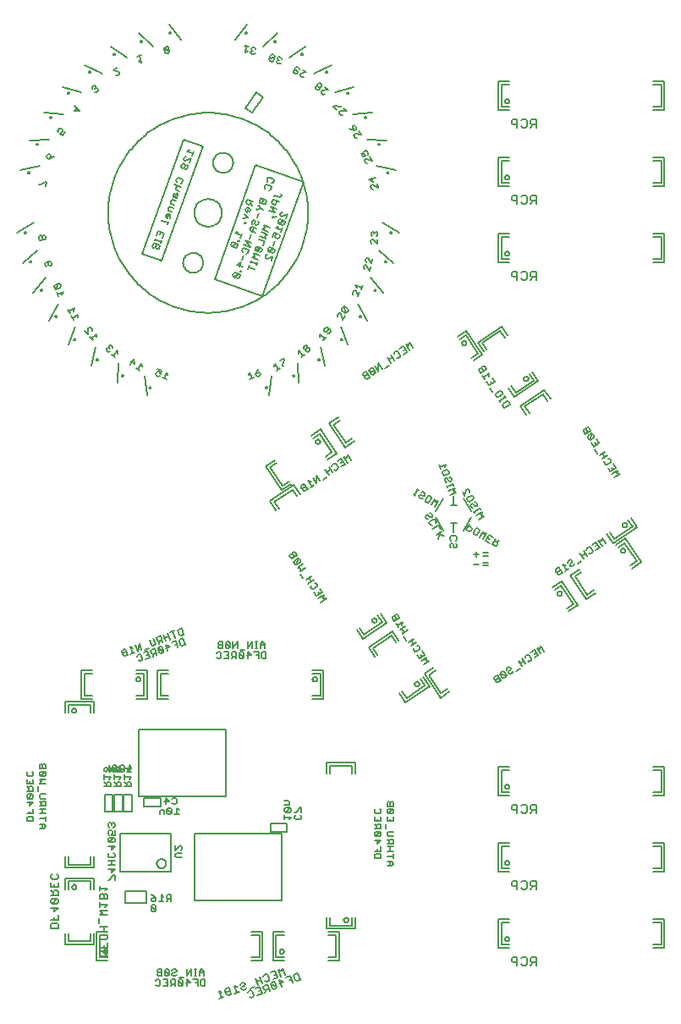
<source format=gbo>
G75*
%MOIN*%
%OFA0B0*%
%FSLAX24Y24*%
%IPPOS*%
%LPD*%
%AMOC8*
5,1,8,0,0,1.08239X$1,22.5*
%
%ADD10C,0.0050*%
%ADD11C,0.0060*%
%ADD12C,0.0080*%
%ADD13C,0.0070*%
D10*
X008405Y004227D02*
X009539Y004227D01*
X009539Y004660D01*
X009645Y004733D02*
X010078Y004733D01*
X010078Y004599D02*
X009763Y004599D01*
X009763Y003733D01*
X010078Y003733D01*
X010078Y003599D02*
X009645Y003599D01*
X009645Y004733D01*
X009405Y004660D02*
X009405Y004345D01*
X008539Y004345D01*
X008539Y004660D01*
X008405Y004660D02*
X008405Y004227D01*
X009901Y003948D02*
X009903Y003967D01*
X009909Y003984D01*
X009918Y004000D01*
X009930Y004014D01*
X009945Y004025D01*
X009962Y004033D01*
X009981Y004037D01*
X009999Y004037D01*
X010018Y004033D01*
X010034Y004025D01*
X010050Y004014D01*
X010062Y004000D01*
X010071Y003984D01*
X010077Y003967D01*
X010079Y003948D01*
X010077Y003929D01*
X010071Y003912D01*
X010062Y003896D01*
X010050Y003882D01*
X010035Y003871D01*
X010018Y003863D01*
X009999Y003859D01*
X009981Y003859D01*
X009962Y003863D01*
X009946Y003871D01*
X009930Y003882D01*
X009918Y003896D01*
X009909Y003912D01*
X009903Y003929D01*
X009901Y003948D01*
X010752Y005866D02*
X010752Y006306D01*
X011592Y006306D01*
X011592Y005866D01*
X010752Y005866D01*
X009539Y006392D02*
X009539Y006825D01*
X008405Y006825D01*
X008405Y006392D01*
X008539Y006392D02*
X008539Y006707D01*
X009405Y006707D01*
X009405Y006392D01*
X008665Y006480D02*
X008667Y006499D01*
X008673Y006516D01*
X008682Y006532D01*
X008694Y006546D01*
X008709Y006557D01*
X008726Y006565D01*
X008745Y006569D01*
X008763Y006569D01*
X008782Y006565D01*
X008798Y006557D01*
X008814Y006546D01*
X008826Y006532D01*
X008835Y006516D01*
X008841Y006499D01*
X008843Y006480D01*
X008841Y006461D01*
X008835Y006444D01*
X008826Y006428D01*
X008814Y006414D01*
X008799Y006403D01*
X008782Y006395D01*
X008763Y006391D01*
X008745Y006391D01*
X008726Y006395D01*
X008710Y006403D01*
X008694Y006414D01*
X008682Y006428D01*
X008673Y006444D01*
X008667Y006461D01*
X008665Y006480D01*
X008405Y007238D02*
X009539Y007238D01*
X009539Y007671D01*
X009405Y007671D02*
X009405Y007356D01*
X008539Y007356D01*
X008539Y007671D01*
X008405Y007671D02*
X008405Y007238D01*
X009952Y009466D02*
X010272Y009466D01*
X010272Y010106D01*
X009952Y010106D01*
X009952Y009466D01*
X010332Y009466D02*
X010332Y010106D01*
X010652Y010106D01*
X010652Y009466D01*
X010332Y009466D01*
X010712Y009466D02*
X010712Y010106D01*
X011032Y010106D01*
X011032Y009466D01*
X010712Y009466D01*
X011292Y010036D02*
X014732Y010036D01*
X014732Y012676D01*
X011292Y012676D01*
X011292Y010036D01*
X011512Y009986D02*
X011512Y009666D01*
X012152Y009666D01*
X012152Y009986D01*
X011512Y009986D01*
X013492Y008576D02*
X013492Y005936D01*
X016932Y005936D01*
X016932Y008576D01*
X013492Y008576D01*
X015747Y004733D02*
X016180Y004733D01*
X016180Y003599D01*
X015747Y003599D01*
X015747Y003733D02*
X016062Y003733D01*
X016062Y004599D01*
X015747Y004599D01*
X016593Y004733D02*
X016593Y003599D01*
X017026Y003599D01*
X017026Y003733D02*
X016711Y003733D01*
X016711Y004599D01*
X017026Y004599D01*
X017026Y004733D02*
X016593Y004733D01*
X016849Y003948D02*
X016851Y003967D01*
X016857Y003984D01*
X016866Y004000D01*
X016878Y004014D01*
X016893Y004025D01*
X016910Y004033D01*
X016929Y004037D01*
X016947Y004037D01*
X016966Y004033D01*
X016982Y004025D01*
X016998Y004014D01*
X017010Y004000D01*
X017019Y003984D01*
X017025Y003967D01*
X017027Y003948D01*
X017025Y003929D01*
X017019Y003912D01*
X017010Y003896D01*
X016998Y003882D01*
X016983Y003871D01*
X016966Y003863D01*
X016947Y003859D01*
X016929Y003859D01*
X016910Y003863D01*
X016894Y003871D01*
X016878Y003882D01*
X016866Y003896D01*
X016857Y003912D01*
X016851Y003929D01*
X016849Y003948D01*
X018758Y003733D02*
X019073Y003733D01*
X019073Y004599D01*
X018758Y004599D01*
X018758Y004733D02*
X019192Y004733D01*
X019192Y003599D01*
X018758Y003599D01*
X018685Y004838D02*
X018685Y005271D01*
X018819Y005271D02*
X018819Y004956D01*
X019685Y004956D01*
X019685Y005271D01*
X019819Y005271D02*
X019819Y004838D01*
X018685Y004838D01*
X019381Y005183D02*
X019383Y005202D01*
X019389Y005219D01*
X019398Y005235D01*
X019410Y005249D01*
X019425Y005260D01*
X019442Y005268D01*
X019461Y005272D01*
X019479Y005272D01*
X019498Y005268D01*
X019514Y005260D01*
X019530Y005249D01*
X019542Y005235D01*
X019551Y005219D01*
X019557Y005202D01*
X019559Y005183D01*
X019557Y005164D01*
X019551Y005147D01*
X019542Y005131D01*
X019530Y005117D01*
X019515Y005106D01*
X019498Y005098D01*
X019479Y005094D01*
X019461Y005094D01*
X019442Y005098D01*
X019426Y005106D01*
X019410Y005117D01*
X019398Y005131D01*
X019389Y005147D01*
X019383Y005164D01*
X019381Y005183D01*
X017132Y008666D02*
X017132Y008986D01*
X016492Y008986D01*
X016492Y008666D01*
X017132Y008666D01*
X018685Y010940D02*
X018685Y011374D01*
X019819Y011374D01*
X019819Y010940D01*
X019685Y010940D02*
X019685Y011255D01*
X018819Y011255D01*
X018819Y010940D01*
X018580Y013879D02*
X018147Y013879D01*
X018147Y014013D02*
X018462Y014013D01*
X018462Y014879D01*
X018147Y014879D01*
X018147Y015013D02*
X018580Y015013D01*
X018580Y013879D01*
X018146Y014664D02*
X018148Y014683D01*
X018154Y014700D01*
X018163Y014716D01*
X018175Y014730D01*
X018190Y014741D01*
X018207Y014749D01*
X018226Y014753D01*
X018244Y014753D01*
X018263Y014749D01*
X018279Y014741D01*
X018295Y014730D01*
X018307Y014716D01*
X018316Y014700D01*
X018322Y014683D01*
X018324Y014664D01*
X018322Y014645D01*
X018316Y014628D01*
X018307Y014612D01*
X018295Y014598D01*
X018280Y014587D01*
X018263Y014579D01*
X018244Y014575D01*
X018226Y014575D01*
X018207Y014579D01*
X018191Y014587D01*
X018175Y014598D01*
X018163Y014612D01*
X018154Y014628D01*
X018148Y014645D01*
X018146Y014664D01*
X020125Y016255D02*
X019883Y016614D01*
X019994Y016688D02*
X020170Y016427D01*
X020888Y016912D01*
X020712Y017173D01*
X020823Y017248D02*
X021065Y016889D01*
X020125Y016255D01*
X020356Y015912D02*
X020598Y015553D01*
X020709Y015628D02*
X020533Y015889D01*
X021251Y016373D01*
X021427Y016112D01*
X021538Y016187D02*
X021296Y016546D01*
X020356Y015912D01*
X020494Y016980D02*
X020496Y016999D01*
X020502Y017016D01*
X020511Y017032D01*
X020523Y017046D01*
X020538Y017057D01*
X020555Y017065D01*
X020574Y017069D01*
X020592Y017069D01*
X020611Y017065D01*
X020627Y017057D01*
X020643Y017046D01*
X020655Y017032D01*
X020664Y017016D01*
X020670Y016999D01*
X020672Y016980D01*
X020670Y016961D01*
X020664Y016944D01*
X020655Y016928D01*
X020643Y016914D01*
X020628Y016903D01*
X020611Y016895D01*
X020592Y016891D01*
X020574Y016891D01*
X020555Y016895D01*
X020539Y016903D01*
X020523Y016914D01*
X020511Y016928D01*
X020502Y016944D01*
X020496Y016961D01*
X020494Y016980D01*
X022553Y014870D02*
X023187Y013930D01*
X023546Y014173D01*
X023471Y014284D02*
X023210Y014107D01*
X022726Y014826D01*
X022987Y015002D01*
X022912Y015113D02*
X022553Y014870D01*
X022507Y014751D02*
X022749Y014392D01*
X021809Y013758D01*
X021567Y014117D01*
X021678Y014192D02*
X021854Y013931D01*
X022572Y014415D01*
X022396Y014676D01*
X022178Y014483D02*
X022180Y014502D01*
X022186Y014519D01*
X022195Y014535D01*
X022207Y014549D01*
X022222Y014560D01*
X022239Y014568D01*
X022258Y014572D01*
X022276Y014572D01*
X022295Y014568D01*
X022311Y014560D01*
X022327Y014549D01*
X022339Y014535D01*
X022348Y014519D01*
X022354Y014502D01*
X022356Y014483D01*
X022354Y014464D01*
X022348Y014447D01*
X022339Y014431D01*
X022327Y014417D01*
X022312Y014406D01*
X022295Y014398D01*
X022276Y014394D01*
X022258Y014394D01*
X022239Y014398D01*
X022223Y014406D01*
X022207Y014417D01*
X022195Y014431D01*
X022186Y014447D01*
X022180Y014464D01*
X022178Y014483D01*
X025467Y011211D02*
X025467Y010077D01*
X025900Y010077D01*
X025900Y010211D02*
X025586Y010211D01*
X025586Y011077D01*
X025900Y011077D01*
X025900Y011211D02*
X025467Y011211D01*
X025724Y010426D02*
X025726Y010445D01*
X025732Y010462D01*
X025741Y010478D01*
X025753Y010492D01*
X025768Y010503D01*
X025785Y010511D01*
X025804Y010515D01*
X025822Y010515D01*
X025841Y010511D01*
X025857Y010503D01*
X025873Y010492D01*
X025885Y010478D01*
X025894Y010462D01*
X025900Y010445D01*
X025902Y010426D01*
X025900Y010407D01*
X025894Y010390D01*
X025885Y010374D01*
X025873Y010360D01*
X025858Y010349D01*
X025841Y010341D01*
X025822Y010337D01*
X025804Y010337D01*
X025785Y010341D01*
X025769Y010349D01*
X025753Y010360D01*
X025741Y010374D01*
X025732Y010390D01*
X025726Y010407D01*
X025724Y010426D01*
X025900Y008211D02*
X025467Y008211D01*
X025467Y007077D01*
X025900Y007077D01*
X025900Y007211D02*
X025586Y007211D01*
X025586Y008077D01*
X025900Y008077D01*
X025724Y007426D02*
X025726Y007445D01*
X025732Y007462D01*
X025741Y007478D01*
X025753Y007492D01*
X025768Y007503D01*
X025785Y007511D01*
X025804Y007515D01*
X025822Y007515D01*
X025841Y007511D01*
X025857Y007503D01*
X025873Y007492D01*
X025885Y007478D01*
X025894Y007462D01*
X025900Y007445D01*
X025902Y007426D01*
X025900Y007407D01*
X025894Y007390D01*
X025885Y007374D01*
X025873Y007360D01*
X025858Y007349D01*
X025841Y007341D01*
X025822Y007337D01*
X025804Y007337D01*
X025785Y007341D01*
X025769Y007349D01*
X025753Y007360D01*
X025741Y007374D01*
X025732Y007390D01*
X025726Y007407D01*
X025724Y007426D01*
X025900Y005211D02*
X025467Y005211D01*
X025467Y004077D01*
X025900Y004077D01*
X025900Y004211D02*
X025586Y004211D01*
X025586Y005077D01*
X025900Y005077D01*
X025724Y004426D02*
X025726Y004445D01*
X025732Y004462D01*
X025741Y004478D01*
X025753Y004492D01*
X025768Y004503D01*
X025785Y004511D01*
X025804Y004515D01*
X025822Y004515D01*
X025841Y004511D01*
X025857Y004503D01*
X025873Y004492D01*
X025885Y004478D01*
X025894Y004462D01*
X025900Y004445D01*
X025902Y004426D01*
X025900Y004407D01*
X025894Y004390D01*
X025885Y004374D01*
X025873Y004360D01*
X025858Y004349D01*
X025841Y004341D01*
X025822Y004337D01*
X025804Y004337D01*
X025785Y004341D01*
X025769Y004349D01*
X025753Y004360D01*
X025741Y004374D01*
X025732Y004390D01*
X025726Y004407D01*
X025724Y004426D01*
X031570Y004211D02*
X031885Y004211D01*
X031885Y005077D01*
X031570Y005077D01*
X031570Y005211D02*
X032003Y005211D01*
X032003Y004077D01*
X031570Y004077D01*
X031570Y007077D02*
X032003Y007077D01*
X032003Y008211D01*
X031570Y008211D01*
X031570Y008077D02*
X031885Y008077D01*
X031885Y007211D01*
X031570Y007211D01*
X031570Y010077D02*
X032003Y010077D01*
X032003Y011211D01*
X031570Y011211D01*
X031570Y011077D02*
X031885Y011077D01*
X031885Y010211D01*
X031570Y010211D01*
X028246Y017343D02*
X028605Y017585D01*
X027971Y018525D01*
X027612Y018283D01*
X027687Y018172D02*
X027948Y018348D01*
X028432Y017630D01*
X028171Y017454D01*
X027791Y018043D02*
X027793Y018062D01*
X027799Y018079D01*
X027808Y018095D01*
X027820Y018109D01*
X027835Y018120D01*
X027852Y018128D01*
X027871Y018132D01*
X027889Y018132D01*
X027908Y018128D01*
X027924Y018120D01*
X027940Y018109D01*
X027952Y018095D01*
X027961Y018079D01*
X027967Y018062D01*
X027969Y018043D01*
X027967Y018024D01*
X027961Y018007D01*
X027952Y017991D01*
X027940Y017977D01*
X027925Y017966D01*
X027908Y017958D01*
X027889Y017954D01*
X027871Y017954D01*
X027852Y017958D01*
X027836Y017966D01*
X027820Y017977D01*
X027808Y017991D01*
X027799Y018007D01*
X027793Y018024D01*
X027791Y018043D01*
X028314Y018756D02*
X028948Y017816D01*
X029307Y018058D01*
X029232Y018169D02*
X028971Y017993D01*
X028486Y018711D01*
X028747Y018887D01*
X028673Y018998D02*
X028314Y018756D01*
X029989Y020013D02*
X029747Y020372D01*
X029858Y020447D02*
X030034Y020186D01*
X030752Y020670D01*
X030576Y020932D01*
X030687Y021006D02*
X030929Y020647D01*
X029989Y020013D01*
X030109Y019967D02*
X030468Y020209D01*
X031102Y019269D01*
X030743Y019027D01*
X030668Y019138D02*
X030929Y019314D01*
X030445Y020032D01*
X030184Y019856D01*
X030288Y019727D02*
X030290Y019746D01*
X030296Y019763D01*
X030305Y019779D01*
X030317Y019793D01*
X030332Y019804D01*
X030349Y019812D01*
X030368Y019816D01*
X030386Y019816D01*
X030405Y019812D01*
X030421Y019804D01*
X030437Y019793D01*
X030449Y019779D01*
X030458Y019763D01*
X030464Y019746D01*
X030466Y019727D01*
X030464Y019708D01*
X030458Y019691D01*
X030449Y019675D01*
X030437Y019661D01*
X030422Y019650D01*
X030405Y019642D01*
X030386Y019638D01*
X030368Y019638D01*
X030349Y019642D01*
X030333Y019650D01*
X030317Y019661D01*
X030305Y019675D01*
X030296Y019691D01*
X030290Y019708D01*
X030288Y019727D01*
X030358Y020738D02*
X030360Y020757D01*
X030366Y020774D01*
X030375Y020790D01*
X030387Y020804D01*
X030402Y020815D01*
X030419Y020823D01*
X030438Y020827D01*
X030456Y020827D01*
X030475Y020823D01*
X030491Y020815D01*
X030507Y020804D01*
X030519Y020790D01*
X030528Y020774D01*
X030534Y020757D01*
X030536Y020738D01*
X030534Y020719D01*
X030528Y020702D01*
X030519Y020686D01*
X030507Y020672D01*
X030492Y020661D01*
X030475Y020653D01*
X030456Y020649D01*
X030438Y020649D01*
X030419Y020653D01*
X030403Y020661D01*
X030387Y020672D01*
X030375Y020686D01*
X030366Y020702D01*
X030360Y020719D01*
X030358Y020738D01*
X027406Y025632D02*
X027230Y025893D01*
X026512Y025408D01*
X026688Y025147D01*
X026577Y025072D02*
X026335Y025431D01*
X027275Y026065D01*
X027517Y025706D01*
X027044Y026408D02*
X026802Y026767D01*
X026691Y026692D02*
X026867Y026431D01*
X026149Y025947D01*
X025973Y026208D01*
X025862Y026133D02*
X026104Y025774D01*
X027044Y026408D01*
X026473Y026499D02*
X026475Y026518D01*
X026481Y026535D01*
X026490Y026551D01*
X026502Y026565D01*
X026517Y026576D01*
X026534Y026584D01*
X026553Y026588D01*
X026571Y026588D01*
X026590Y026584D01*
X026606Y026576D01*
X026622Y026565D01*
X026634Y026551D01*
X026643Y026535D01*
X026649Y026518D01*
X026651Y026499D01*
X026649Y026480D01*
X026643Y026463D01*
X026634Y026447D01*
X026622Y026433D01*
X026607Y026422D01*
X026590Y026414D01*
X026571Y026410D01*
X026553Y026410D01*
X026534Y026414D01*
X026518Y026422D01*
X026502Y026433D01*
X026490Y026447D01*
X026481Y026463D01*
X026475Y026480D01*
X026473Y026499D01*
X025722Y028128D02*
X025546Y028389D01*
X024828Y027905D01*
X025004Y027644D01*
X024893Y027569D02*
X024651Y027928D01*
X025591Y028562D01*
X025833Y028203D01*
X024846Y027450D02*
X024487Y027207D01*
X024412Y027318D02*
X024674Y027494D01*
X024189Y028213D01*
X023928Y028036D01*
X023853Y028147D02*
X024212Y028390D01*
X024846Y027450D01*
X024032Y027907D02*
X024034Y027926D01*
X024040Y027943D01*
X024049Y027959D01*
X024061Y027973D01*
X024076Y027984D01*
X024093Y027992D01*
X024112Y027996D01*
X024130Y027996D01*
X024149Y027992D01*
X024165Y027984D01*
X024181Y027973D01*
X024193Y027959D01*
X024202Y027943D01*
X024208Y027926D01*
X024210Y027907D01*
X024208Y027888D01*
X024202Y027871D01*
X024193Y027855D01*
X024181Y027841D01*
X024166Y027830D01*
X024149Y027822D01*
X024130Y027818D01*
X024112Y027818D01*
X024093Y027822D01*
X024077Y027830D01*
X024061Y027841D01*
X024049Y027855D01*
X024040Y027871D01*
X024034Y027888D01*
X024032Y027907D01*
X025467Y031077D02*
X025900Y031077D01*
X025900Y031211D02*
X025586Y031211D01*
X025586Y032077D01*
X025900Y032077D01*
X025900Y032211D02*
X025467Y032211D01*
X025467Y031077D01*
X025724Y031426D02*
X025726Y031445D01*
X025732Y031462D01*
X025741Y031478D01*
X025753Y031492D01*
X025768Y031503D01*
X025785Y031511D01*
X025804Y031515D01*
X025822Y031515D01*
X025841Y031511D01*
X025857Y031503D01*
X025873Y031492D01*
X025885Y031478D01*
X025894Y031462D01*
X025900Y031445D01*
X025902Y031426D01*
X025900Y031407D01*
X025894Y031390D01*
X025885Y031374D01*
X025873Y031360D01*
X025858Y031349D01*
X025841Y031341D01*
X025822Y031337D01*
X025804Y031337D01*
X025785Y031341D01*
X025769Y031349D01*
X025753Y031360D01*
X025741Y031374D01*
X025732Y031390D01*
X025726Y031407D01*
X025724Y031426D01*
X025900Y034077D02*
X025467Y034077D01*
X025467Y035211D01*
X025900Y035211D01*
X025900Y035077D02*
X025586Y035077D01*
X025586Y034211D01*
X025900Y034211D01*
X025724Y034426D02*
X025726Y034445D01*
X025732Y034462D01*
X025741Y034478D01*
X025753Y034492D01*
X025768Y034503D01*
X025785Y034511D01*
X025804Y034515D01*
X025822Y034515D01*
X025841Y034511D01*
X025857Y034503D01*
X025873Y034492D01*
X025885Y034478D01*
X025894Y034462D01*
X025900Y034445D01*
X025902Y034426D01*
X025900Y034407D01*
X025894Y034390D01*
X025885Y034374D01*
X025873Y034360D01*
X025858Y034349D01*
X025841Y034341D01*
X025822Y034337D01*
X025804Y034337D01*
X025785Y034341D01*
X025769Y034349D01*
X025753Y034360D01*
X025741Y034374D01*
X025732Y034390D01*
X025726Y034407D01*
X025724Y034426D01*
X025900Y037077D02*
X025467Y037077D01*
X025467Y038211D01*
X025900Y038211D01*
X025900Y038077D02*
X025586Y038077D01*
X025586Y037211D01*
X025900Y037211D01*
X025724Y037426D02*
X025726Y037445D01*
X025732Y037462D01*
X025741Y037478D01*
X025753Y037492D01*
X025768Y037503D01*
X025785Y037511D01*
X025804Y037515D01*
X025822Y037515D01*
X025841Y037511D01*
X025857Y037503D01*
X025873Y037492D01*
X025885Y037478D01*
X025894Y037462D01*
X025900Y037445D01*
X025902Y037426D01*
X025900Y037407D01*
X025894Y037390D01*
X025885Y037374D01*
X025873Y037360D01*
X025858Y037349D01*
X025841Y037341D01*
X025822Y037337D01*
X025804Y037337D01*
X025785Y037341D01*
X025769Y037349D01*
X025753Y037360D01*
X025741Y037374D01*
X025732Y037390D01*
X025726Y037407D01*
X025724Y037426D01*
X021421Y034712D02*
X020671Y034881D01*
X021074Y034617D02*
X021130Y034602D01*
X020784Y035728D02*
X020726Y035735D01*
X021053Y035884D02*
X020285Y035929D01*
X020253Y036795D02*
X020195Y036792D01*
X020494Y036992D02*
X019729Y036912D01*
X019564Y037750D02*
X019507Y037738D01*
X019770Y037985D02*
X019028Y037782D01*
X018720Y038591D02*
X018666Y038569D01*
X018884Y038855D02*
X018185Y038534D01*
X017750Y039282D02*
X017700Y039252D01*
X017869Y039570D02*
X017232Y039138D01*
X016691Y039800D02*
X016647Y039763D01*
X016762Y040104D02*
X016203Y039575D01*
X015551Y040144D02*
X015513Y040099D01*
X015571Y040455D02*
X015106Y039842D01*
X015931Y037779D02*
X015506Y037149D01*
X015771Y036970D01*
X016196Y037600D01*
X015931Y037779D01*
X014229Y035004D02*
X014231Y035043D01*
X014237Y035082D01*
X014247Y035120D01*
X014260Y035157D01*
X014277Y035192D01*
X014297Y035226D01*
X014321Y035257D01*
X014348Y035286D01*
X014377Y035312D01*
X014409Y035335D01*
X014443Y035355D01*
X014479Y035371D01*
X014516Y035383D01*
X014555Y035392D01*
X014594Y035397D01*
X014633Y035398D01*
X014672Y035395D01*
X014711Y035388D01*
X014748Y035377D01*
X014785Y035363D01*
X014820Y035345D01*
X014853Y035324D01*
X014884Y035299D01*
X014912Y035272D01*
X014937Y035242D01*
X014959Y035209D01*
X014978Y035175D01*
X014993Y035139D01*
X015005Y035101D01*
X015013Y035063D01*
X015017Y035024D01*
X015017Y034984D01*
X015013Y034945D01*
X015005Y034907D01*
X014993Y034869D01*
X014978Y034833D01*
X014959Y034799D01*
X014937Y034766D01*
X014912Y034736D01*
X014884Y034709D01*
X014853Y034684D01*
X014820Y034663D01*
X014785Y034645D01*
X014748Y034631D01*
X014711Y034620D01*
X014672Y034613D01*
X014633Y034610D01*
X014594Y034611D01*
X014555Y034616D01*
X014516Y034625D01*
X014479Y034637D01*
X014443Y034653D01*
X014409Y034673D01*
X014377Y034696D01*
X014348Y034722D01*
X014321Y034751D01*
X014297Y034782D01*
X014277Y034816D01*
X014260Y034851D01*
X014247Y034888D01*
X014237Y034926D01*
X014231Y034965D01*
X014229Y035004D01*
X013488Y033036D02*
X013490Y033082D01*
X013496Y033128D01*
X013506Y033173D01*
X013519Y033217D01*
X013536Y033260D01*
X013557Y033301D01*
X013581Y033341D01*
X013609Y033378D01*
X013639Y033412D01*
X013673Y033444D01*
X013709Y033473D01*
X013747Y033499D01*
X013787Y033522D01*
X013829Y033541D01*
X013873Y033556D01*
X013917Y033568D01*
X013963Y033576D01*
X014009Y033580D01*
X014055Y033580D01*
X014101Y033576D01*
X014147Y033568D01*
X014191Y033556D01*
X014235Y033541D01*
X014277Y033522D01*
X014317Y033499D01*
X014355Y033473D01*
X014391Y033444D01*
X014425Y033412D01*
X014455Y033378D01*
X014483Y033341D01*
X014507Y033301D01*
X014528Y033260D01*
X014545Y033217D01*
X014558Y033173D01*
X014568Y033128D01*
X014574Y033082D01*
X014576Y033036D01*
X014574Y032990D01*
X014568Y032944D01*
X014558Y032899D01*
X014545Y032855D01*
X014528Y032812D01*
X014507Y032771D01*
X014483Y032731D01*
X014455Y032694D01*
X014425Y032660D01*
X014391Y032628D01*
X014355Y032599D01*
X014317Y032573D01*
X014277Y032550D01*
X014235Y032531D01*
X014191Y032516D01*
X014147Y032504D01*
X014101Y032496D01*
X014055Y032492D01*
X014009Y032492D01*
X013963Y032496D01*
X013917Y032504D01*
X013873Y032516D01*
X013829Y032531D01*
X013787Y032550D01*
X013747Y032573D01*
X013709Y032599D01*
X013673Y032628D01*
X013639Y032660D01*
X013609Y032694D01*
X013581Y032731D01*
X013557Y032771D01*
X013536Y032812D01*
X013519Y032855D01*
X013506Y032899D01*
X013496Y032944D01*
X013490Y032990D01*
X013488Y033036D01*
X010095Y033036D02*
X010097Y033161D01*
X010103Y033286D01*
X010113Y033410D01*
X010127Y033534D01*
X010144Y033658D01*
X010166Y033781D01*
X010192Y033903D01*
X010221Y034025D01*
X010254Y034145D01*
X010292Y034264D01*
X010332Y034383D01*
X010377Y034499D01*
X010425Y034614D01*
X010477Y034728D01*
X010533Y034840D01*
X010592Y034950D01*
X010654Y035058D01*
X010720Y035165D01*
X010789Y035269D01*
X010862Y035370D01*
X010937Y035470D01*
X011016Y035567D01*
X011098Y035661D01*
X011183Y035753D01*
X011270Y035842D01*
X011361Y035928D01*
X011454Y036011D01*
X011550Y036092D01*
X011648Y036169D01*
X011748Y036243D01*
X011851Y036314D01*
X011956Y036381D01*
X012064Y036446D01*
X012173Y036506D01*
X012284Y036564D01*
X012397Y036617D01*
X012511Y036667D01*
X012627Y036714D01*
X012744Y036756D01*
X012863Y036795D01*
X012983Y036831D01*
X013104Y036862D01*
X013226Y036890D01*
X013348Y036913D01*
X013472Y036933D01*
X013596Y036949D01*
X013720Y036961D01*
X013845Y036969D01*
X013970Y036973D01*
X014094Y036973D01*
X014219Y036969D01*
X014344Y036961D01*
X014468Y036949D01*
X014592Y036933D01*
X014716Y036913D01*
X014838Y036890D01*
X014960Y036862D01*
X015081Y036831D01*
X015201Y036795D01*
X015320Y036756D01*
X015437Y036714D01*
X015553Y036667D01*
X015667Y036617D01*
X015780Y036564D01*
X015891Y036506D01*
X016001Y036446D01*
X016108Y036381D01*
X016213Y036314D01*
X016316Y036243D01*
X016416Y036169D01*
X016514Y036092D01*
X016610Y036011D01*
X016703Y035928D01*
X016794Y035842D01*
X016881Y035753D01*
X016966Y035661D01*
X017048Y035567D01*
X017127Y035470D01*
X017202Y035370D01*
X017275Y035269D01*
X017344Y035165D01*
X017410Y035058D01*
X017472Y034950D01*
X017531Y034840D01*
X017587Y034728D01*
X017639Y034614D01*
X017687Y034499D01*
X017732Y034383D01*
X017772Y034264D01*
X017810Y034145D01*
X017843Y034025D01*
X017872Y033903D01*
X017898Y033781D01*
X017920Y033658D01*
X017937Y033534D01*
X017951Y033410D01*
X017961Y033286D01*
X017967Y033161D01*
X017969Y033036D01*
X017967Y032911D01*
X017961Y032786D01*
X017951Y032662D01*
X017937Y032538D01*
X017920Y032414D01*
X017898Y032291D01*
X017872Y032169D01*
X017843Y032047D01*
X017810Y031927D01*
X017772Y031808D01*
X017732Y031689D01*
X017687Y031573D01*
X017639Y031458D01*
X017587Y031344D01*
X017531Y031232D01*
X017472Y031122D01*
X017410Y031014D01*
X017344Y030907D01*
X017275Y030803D01*
X017202Y030702D01*
X017127Y030602D01*
X017048Y030505D01*
X016966Y030411D01*
X016881Y030319D01*
X016794Y030230D01*
X016703Y030144D01*
X016610Y030061D01*
X016514Y029980D01*
X016416Y029903D01*
X016316Y029829D01*
X016213Y029758D01*
X016108Y029691D01*
X016000Y029626D01*
X015891Y029566D01*
X015780Y029508D01*
X015667Y029455D01*
X015553Y029405D01*
X015437Y029358D01*
X015320Y029316D01*
X015201Y029277D01*
X015081Y029241D01*
X014960Y029210D01*
X014838Y029182D01*
X014716Y029159D01*
X014592Y029139D01*
X014468Y029123D01*
X014344Y029111D01*
X014219Y029103D01*
X014094Y029099D01*
X013970Y029099D01*
X013845Y029103D01*
X013720Y029111D01*
X013596Y029123D01*
X013472Y029139D01*
X013348Y029159D01*
X013226Y029182D01*
X013104Y029210D01*
X012983Y029241D01*
X012863Y029277D01*
X012744Y029316D01*
X012627Y029358D01*
X012511Y029405D01*
X012397Y029455D01*
X012284Y029508D01*
X012173Y029566D01*
X012063Y029626D01*
X011956Y029691D01*
X011851Y029758D01*
X011748Y029829D01*
X011648Y029903D01*
X011550Y029980D01*
X011454Y030061D01*
X011361Y030144D01*
X011270Y030230D01*
X011183Y030319D01*
X011098Y030411D01*
X011016Y030505D01*
X010937Y030602D01*
X010862Y030702D01*
X010789Y030803D01*
X010720Y030907D01*
X010654Y031014D01*
X010592Y031122D01*
X010533Y031232D01*
X010477Y031344D01*
X010425Y031458D01*
X010377Y031573D01*
X010332Y031689D01*
X010292Y031808D01*
X010254Y031927D01*
X010221Y032047D01*
X010192Y032169D01*
X010166Y032291D01*
X010144Y032414D01*
X010127Y032538D01*
X010113Y032662D01*
X010103Y032786D01*
X010097Y032911D01*
X010095Y033036D01*
X007779Y035929D02*
X007011Y035884D01*
X007281Y035728D02*
X007339Y035735D01*
X007394Y034881D02*
X006643Y034712D01*
X006935Y034602D02*
X006991Y034617D01*
X007153Y032655D02*
X006496Y032254D01*
X006807Y032243D02*
X006855Y032276D01*
X007305Y031548D02*
X006721Y031047D01*
X007030Y031086D02*
X007072Y031126D01*
X007638Y030470D02*
X007144Y029879D01*
X007443Y029969D02*
X007478Y030015D01*
X008143Y029460D02*
X007752Y028797D01*
X008032Y028934D02*
X008059Y028985D01*
X008798Y028555D02*
X008520Y027838D01*
X008774Y028018D02*
X008792Y028073D01*
X009600Y027760D02*
X009443Y027007D01*
X009664Y027226D02*
X009673Y027284D01*
X010511Y027113D02*
X010478Y026345D01*
X010660Y026597D02*
X010660Y026655D01*
X011526Y026618D02*
X011618Y025854D01*
X011757Y026133D02*
X011747Y026190D01*
X013048Y031067D02*
X013050Y031106D01*
X013056Y031145D01*
X013066Y031183D01*
X013079Y031220D01*
X013096Y031255D01*
X013116Y031289D01*
X013140Y031320D01*
X013167Y031349D01*
X013196Y031375D01*
X013228Y031398D01*
X013262Y031418D01*
X013298Y031434D01*
X013335Y031446D01*
X013374Y031455D01*
X013413Y031460D01*
X013452Y031461D01*
X013491Y031458D01*
X013530Y031451D01*
X013567Y031440D01*
X013604Y031426D01*
X013639Y031408D01*
X013672Y031387D01*
X013703Y031362D01*
X013731Y031335D01*
X013756Y031305D01*
X013778Y031272D01*
X013797Y031238D01*
X013812Y031202D01*
X013824Y031164D01*
X013832Y031126D01*
X013836Y031087D01*
X013836Y031047D01*
X013832Y031008D01*
X013824Y030970D01*
X013812Y030932D01*
X013797Y030896D01*
X013778Y030862D01*
X013756Y030829D01*
X013731Y030799D01*
X013703Y030772D01*
X013672Y030747D01*
X013639Y030726D01*
X013604Y030708D01*
X013567Y030694D01*
X013530Y030683D01*
X013491Y030676D01*
X013452Y030673D01*
X013413Y030674D01*
X013374Y030679D01*
X013335Y030688D01*
X013298Y030700D01*
X013262Y030716D01*
X013228Y030736D01*
X013196Y030759D01*
X013167Y030785D01*
X013140Y030814D01*
X013116Y030845D01*
X013096Y030879D01*
X013079Y030914D01*
X013066Y030951D01*
X013056Y030989D01*
X013050Y031028D01*
X013048Y031067D01*
X016539Y026618D02*
X016446Y025854D01*
X016307Y026133D02*
X016317Y026190D01*
X017404Y026597D02*
X017405Y026655D01*
X017587Y026345D02*
X017553Y027113D01*
X018400Y027226D02*
X018392Y027284D01*
X018622Y027007D02*
X018464Y027760D01*
X019272Y028073D02*
X019291Y028018D01*
X019545Y027838D02*
X019266Y028555D01*
X020032Y028934D02*
X020006Y028985D01*
X020312Y028797D02*
X019922Y029460D01*
X020622Y029969D02*
X020587Y030015D01*
X020920Y029879D02*
X020427Y030470D01*
X021034Y031086D02*
X020992Y031126D01*
X021343Y031047D02*
X020760Y031548D01*
X021257Y032243D02*
X021209Y032276D01*
X021569Y032254D02*
X020912Y032655D01*
X019153Y024977D02*
X018794Y024735D01*
X019428Y023795D01*
X019787Y024037D01*
X019712Y024148D02*
X019451Y023972D01*
X018967Y024690D01*
X019228Y024866D01*
X018452Y024504D02*
X019086Y023564D01*
X018727Y023322D01*
X018652Y023433D02*
X018913Y023609D01*
X018429Y024327D01*
X018168Y024151D01*
X018093Y024262D02*
X018452Y024504D01*
X018272Y024022D02*
X018274Y024041D01*
X018280Y024058D01*
X018289Y024074D01*
X018301Y024088D01*
X018316Y024099D01*
X018333Y024107D01*
X018352Y024111D01*
X018370Y024111D01*
X018389Y024107D01*
X018405Y024099D01*
X018421Y024088D01*
X018433Y024074D01*
X018442Y024058D01*
X018448Y024041D01*
X018450Y024022D01*
X018448Y024003D01*
X018442Y023986D01*
X018433Y023970D01*
X018421Y023956D01*
X018406Y023945D01*
X018389Y023937D01*
X018370Y023933D01*
X018352Y023933D01*
X018333Y023937D01*
X018317Y023945D01*
X018301Y023956D01*
X018289Y023970D01*
X018280Y023986D01*
X018274Y024003D01*
X018272Y024022D01*
X017216Y022464D02*
X016955Y022288D01*
X016470Y023006D01*
X016731Y023182D01*
X016657Y023293D02*
X016298Y023051D01*
X016932Y022111D01*
X017291Y022353D01*
X017410Y022307D02*
X016470Y021673D01*
X016712Y021314D01*
X016823Y021388D02*
X016647Y021650D01*
X017365Y022134D01*
X017541Y021873D01*
X017652Y021948D02*
X017410Y022307D01*
X022991Y021278D02*
X023306Y021790D01*
X023582Y021514D02*
X023700Y021514D01*
X023700Y021869D01*
X023700Y021514D02*
X023818Y021514D01*
X024093Y021790D02*
X024408Y021278D01*
X024408Y021042D02*
X024093Y020530D01*
X023818Y020806D02*
X023700Y020806D01*
X023582Y020806D01*
X023700Y020806D02*
X023700Y020451D01*
X023306Y020530D02*
X022991Y021042D01*
X031570Y031077D02*
X032003Y031077D01*
X032003Y032211D01*
X031570Y032211D01*
X031570Y032077D02*
X031885Y032077D01*
X031885Y031211D01*
X031570Y031211D01*
X031570Y034077D02*
X032003Y034077D01*
X032003Y035211D01*
X031570Y035211D01*
X031570Y035077D02*
X031885Y035077D01*
X031885Y034211D01*
X031570Y034211D01*
X031570Y037077D02*
X032003Y037077D01*
X032003Y038211D01*
X031570Y038211D01*
X031570Y038077D02*
X031885Y038077D01*
X031885Y037211D01*
X031570Y037211D01*
X012958Y039842D02*
X012493Y040455D01*
X012514Y040144D02*
X012551Y040099D01*
X011861Y039575D02*
X011302Y040104D01*
X011373Y039800D02*
X011418Y039763D01*
X010833Y039138D02*
X010196Y039570D01*
X010315Y039282D02*
X010365Y039252D01*
X009879Y038534D02*
X009180Y038855D01*
X009345Y038591D02*
X009399Y038569D01*
X009037Y037782D02*
X008295Y037985D01*
X008500Y037750D02*
X008557Y037738D01*
X008336Y036912D02*
X007571Y036992D01*
X007811Y036795D02*
X007869Y036792D01*
X009033Y015013D02*
X009033Y013879D01*
X009466Y013879D01*
X009539Y013774D02*
X009539Y013340D01*
X009405Y013340D02*
X009405Y013655D01*
X008539Y013655D01*
X008539Y013340D01*
X008405Y013340D02*
X008405Y013774D01*
X009539Y013774D01*
X009466Y014013D02*
X009151Y014013D01*
X009151Y014879D01*
X009466Y014879D01*
X009466Y015013D02*
X009033Y015013D01*
X008665Y013428D02*
X008667Y013447D01*
X008673Y013464D01*
X008682Y013480D01*
X008694Y013494D01*
X008709Y013505D01*
X008726Y013513D01*
X008745Y013517D01*
X008763Y013517D01*
X008782Y013513D01*
X008798Y013505D01*
X008814Y013494D01*
X008826Y013480D01*
X008835Y013464D01*
X008841Y013447D01*
X008843Y013428D01*
X008841Y013409D01*
X008835Y013392D01*
X008826Y013376D01*
X008814Y013362D01*
X008799Y013351D01*
X008782Y013343D01*
X008763Y013339D01*
X008745Y013339D01*
X008726Y013343D01*
X008710Y013351D01*
X008694Y013362D01*
X008682Y013376D01*
X008673Y013392D01*
X008667Y013409D01*
X008665Y013428D01*
X011198Y013879D02*
X011632Y013879D01*
X011632Y015013D01*
X011198Y015013D01*
X011198Y014879D02*
X011513Y014879D01*
X011513Y014013D01*
X011198Y014013D01*
X011197Y014664D02*
X011199Y014683D01*
X011205Y014700D01*
X011214Y014716D01*
X011226Y014730D01*
X011241Y014741D01*
X011258Y014749D01*
X011277Y014753D01*
X011295Y014753D01*
X011314Y014749D01*
X011330Y014741D01*
X011346Y014730D01*
X011358Y014716D01*
X011367Y014700D01*
X011373Y014683D01*
X011375Y014664D01*
X011373Y014645D01*
X011367Y014628D01*
X011358Y014612D01*
X011346Y014598D01*
X011331Y014587D01*
X011314Y014579D01*
X011295Y014575D01*
X011277Y014575D01*
X011258Y014579D01*
X011242Y014587D01*
X011226Y014598D01*
X011214Y014612D01*
X011205Y014628D01*
X011199Y014645D01*
X011197Y014664D01*
X012045Y015013D02*
X012045Y013879D01*
X012478Y013879D01*
X012478Y014013D02*
X012163Y014013D01*
X012163Y014879D01*
X012478Y014879D01*
X012478Y015013D02*
X012045Y015013D01*
D11*
X006882Y009215D02*
X006882Y009085D01*
X007143Y009085D01*
X007143Y009215D01*
X007099Y009258D01*
X006926Y009258D01*
X006882Y009215D01*
X006882Y009379D02*
X007143Y009379D01*
X007143Y009553D01*
X007012Y009466D02*
X007012Y009379D01*
X007012Y009674D02*
X007012Y009847D01*
X006882Y009804D02*
X007143Y009804D01*
X007012Y009674D01*
X006926Y009968D02*
X007099Y010142D01*
X006926Y010142D01*
X006882Y010099D01*
X006882Y010012D01*
X006926Y009968D01*
X007099Y009968D01*
X007143Y010012D01*
X007143Y010099D01*
X007099Y010142D01*
X007143Y010263D02*
X007143Y010393D01*
X007099Y010437D01*
X007012Y010437D01*
X006969Y010393D01*
X006969Y010263D01*
X006882Y010263D02*
X007143Y010263D01*
X006969Y010350D02*
X006882Y010437D01*
X006882Y010558D02*
X006882Y010731D01*
X006926Y010852D02*
X006882Y010896D01*
X006882Y010983D01*
X006926Y011026D01*
X007099Y011026D02*
X007143Y010983D01*
X007143Y010896D01*
X007099Y010852D01*
X006926Y010852D01*
X007012Y010645D02*
X007012Y010558D01*
X006882Y010558D02*
X007143Y010558D01*
X007143Y010731D01*
X007382Y010731D02*
X007643Y010731D01*
X007599Y010852D02*
X007643Y010896D01*
X007643Y010983D01*
X007599Y011026D01*
X007426Y010852D01*
X007382Y010896D01*
X007382Y010983D01*
X007426Y011026D01*
X007599Y011026D01*
X007643Y011147D02*
X007643Y011277D01*
X007599Y011321D01*
X007556Y011321D01*
X007512Y011277D01*
X007512Y011147D01*
X007382Y011147D02*
X007382Y011277D01*
X007426Y011321D01*
X007469Y011321D01*
X007512Y011277D01*
X007382Y011147D02*
X007643Y011147D01*
X007599Y010852D02*
X007426Y010852D01*
X007382Y010731D02*
X007469Y010645D01*
X007382Y010558D01*
X007643Y010558D01*
X007339Y010437D02*
X007339Y010263D01*
X007426Y010142D02*
X007643Y010142D01*
X007643Y009968D02*
X007426Y009968D01*
X007382Y010012D01*
X007382Y010099D01*
X007426Y010142D01*
X007382Y009847D02*
X007469Y009761D01*
X007469Y009804D02*
X007469Y009674D01*
X007382Y009674D02*
X007643Y009674D01*
X007643Y009804D01*
X007599Y009847D01*
X007512Y009847D01*
X007469Y009804D01*
X007512Y009553D02*
X007512Y009379D01*
X007382Y009379D02*
X007643Y009379D01*
X007643Y009258D02*
X007643Y009085D01*
X007643Y009171D02*
X007382Y009171D01*
X007382Y008963D02*
X007556Y008963D01*
X007643Y008877D01*
X007556Y008790D01*
X007382Y008790D01*
X007512Y008790D02*
X007512Y008963D01*
X007643Y009553D02*
X007382Y009553D01*
X009942Y010436D02*
X010203Y010436D01*
X010203Y010566D01*
X010159Y010609D01*
X010072Y010609D01*
X010029Y010566D01*
X010029Y010436D01*
X010029Y010523D02*
X009942Y010609D01*
X009942Y010730D02*
X009942Y010904D01*
X009942Y010817D02*
X010203Y010817D01*
X010116Y010730D01*
X010342Y010730D02*
X010342Y010904D01*
X010342Y010817D02*
X010603Y010817D01*
X010516Y010730D01*
X010559Y010609D02*
X010472Y010609D01*
X010429Y010566D01*
X010429Y010436D01*
X010429Y010523D02*
X010342Y010609D01*
X010342Y010436D02*
X010603Y010436D01*
X010603Y010566D01*
X010559Y010609D01*
X010742Y010609D02*
X010829Y010523D01*
X010829Y010566D02*
X010829Y010436D01*
X010742Y010436D02*
X011003Y010436D01*
X011003Y010566D01*
X010959Y010609D01*
X010872Y010609D01*
X010829Y010566D01*
X010742Y010730D02*
X010742Y010904D01*
X010742Y010817D02*
X011003Y010817D01*
X010916Y010730D01*
X010925Y011016D02*
X010925Y011276D01*
X011012Y011189D01*
X011003Y011155D02*
X010872Y011025D01*
X010872Y011199D01*
X010742Y011155D02*
X011003Y011155D01*
X011012Y011016D02*
X010838Y011016D01*
X010717Y011059D02*
X010544Y011233D01*
X010544Y011059D01*
X010587Y011016D01*
X010674Y011016D01*
X010717Y011059D01*
X010717Y011233D01*
X010674Y011276D01*
X010587Y011276D01*
X010544Y011233D01*
X010603Y011199D02*
X010603Y011025D01*
X010472Y011025D01*
X010516Y011112D01*
X010516Y011155D01*
X010472Y011199D01*
X010386Y011199D01*
X010342Y011155D01*
X010342Y011068D01*
X010386Y011025D01*
X010379Y011016D02*
X010422Y011059D01*
X010249Y011233D01*
X010249Y011059D01*
X010292Y011016D01*
X010379Y011016D01*
X010422Y011059D02*
X010422Y011233D01*
X010379Y011276D01*
X010292Y011276D01*
X010249Y011233D01*
X010203Y011155D02*
X010159Y011199D01*
X010116Y011199D01*
X010072Y011155D01*
X010029Y011199D01*
X009986Y011199D01*
X009942Y011155D01*
X009942Y011068D01*
X009986Y011025D01*
X009998Y011016D02*
X010128Y011103D01*
X009998Y011189D01*
X010072Y011155D02*
X010072Y011112D01*
X010128Y011016D02*
X010128Y011276D01*
X010203Y011155D02*
X010203Y011068D01*
X010159Y011025D01*
X010140Y009002D02*
X010097Y008958D01*
X010097Y008872D01*
X010140Y008828D01*
X010140Y008707D02*
X010097Y008664D01*
X010097Y008577D01*
X010140Y008533D01*
X010227Y008533D02*
X010271Y008620D01*
X010271Y008664D01*
X010227Y008707D01*
X010140Y008707D01*
X010227Y008533D02*
X010357Y008533D01*
X010357Y008707D01*
X010314Y008828D02*
X010357Y008872D01*
X010357Y008958D01*
X010314Y009002D01*
X010271Y009002D01*
X010227Y008958D01*
X010184Y009002D01*
X010140Y009002D01*
X010227Y008958D02*
X010227Y008915D01*
X010552Y008576D02*
X010552Y007076D01*
X012552Y007076D01*
X012552Y008576D01*
X010552Y008576D01*
X010357Y008369D02*
X010314Y008412D01*
X010140Y008239D01*
X010097Y008282D01*
X010097Y008369D01*
X010140Y008412D01*
X010314Y008412D01*
X010357Y008369D02*
X010357Y008282D01*
X010314Y008239D01*
X010140Y008239D01*
X010227Y008118D02*
X010227Y007944D01*
X010357Y008074D01*
X010097Y008074D01*
X010140Y007823D02*
X010097Y007780D01*
X010097Y007693D01*
X010140Y007650D01*
X010314Y007650D01*
X010357Y007693D01*
X010357Y007780D01*
X010314Y007823D01*
X010357Y007528D02*
X010097Y007528D01*
X010227Y007528D02*
X010227Y007355D01*
X010227Y007234D02*
X010227Y007060D01*
X010357Y007190D01*
X010097Y007190D01*
X010097Y007355D02*
X010357Y007355D01*
X010357Y006939D02*
X010314Y006939D01*
X010140Y006766D01*
X010097Y006766D01*
X010357Y006766D02*
X010357Y006939D01*
X011803Y006176D02*
X011890Y006133D01*
X011977Y006046D01*
X011847Y006046D01*
X011803Y006003D01*
X011803Y005959D01*
X011847Y005916D01*
X011934Y005916D01*
X011977Y005959D01*
X011977Y006046D01*
X012098Y005916D02*
X012272Y005916D01*
X012185Y005916D02*
X012185Y006176D01*
X012272Y006089D01*
X012393Y006046D02*
X012436Y006003D01*
X012566Y006003D01*
X012480Y006003D02*
X012393Y005916D01*
X012393Y006046D02*
X012393Y006133D01*
X012436Y006176D01*
X012566Y006176D01*
X012566Y005916D01*
X011977Y005733D02*
X011977Y005559D01*
X011803Y005733D01*
X011803Y005559D01*
X011847Y005516D01*
X011934Y005516D01*
X011977Y005559D01*
X011977Y005733D02*
X011934Y005776D01*
X011847Y005776D01*
X011803Y005733D01*
X012013Y007404D02*
X012015Y007430D01*
X012021Y007456D01*
X012030Y007481D01*
X012043Y007504D01*
X012059Y007525D01*
X012078Y007543D01*
X012100Y007559D01*
X012123Y007571D01*
X012148Y007579D01*
X012174Y007584D01*
X012201Y007585D01*
X012227Y007582D01*
X012252Y007575D01*
X012277Y007565D01*
X012299Y007551D01*
X012320Y007534D01*
X012337Y007515D01*
X012352Y007493D01*
X012363Y007469D01*
X012371Y007443D01*
X012375Y007417D01*
X012375Y007391D01*
X012371Y007365D01*
X012363Y007339D01*
X012352Y007315D01*
X012337Y007293D01*
X012320Y007274D01*
X012299Y007257D01*
X012277Y007243D01*
X012252Y007233D01*
X012227Y007226D01*
X012201Y007223D01*
X012174Y007224D01*
X012148Y007229D01*
X012123Y007237D01*
X012100Y007249D01*
X012078Y007265D01*
X012059Y007283D01*
X012043Y007304D01*
X012030Y007327D01*
X012021Y007352D01*
X012015Y007378D01*
X012013Y007404D01*
X012742Y007679D02*
X012742Y007766D01*
X012786Y007809D01*
X013003Y007809D01*
X012959Y007930D02*
X013003Y007974D01*
X013003Y008061D01*
X012959Y008104D01*
X012916Y008104D01*
X012742Y007930D01*
X012742Y008104D01*
X012742Y007679D02*
X012786Y007636D01*
X013003Y007636D01*
X012882Y009336D02*
X012709Y009336D01*
X012796Y009336D02*
X012796Y009596D01*
X012882Y009509D01*
X012739Y009736D02*
X012652Y009736D01*
X012609Y009779D01*
X012739Y009736D02*
X012782Y009779D01*
X012782Y009953D01*
X012739Y009996D01*
X012652Y009996D01*
X012609Y009953D01*
X012488Y009866D02*
X012314Y009866D01*
X012358Y009996D02*
X012488Y009866D01*
X012358Y009736D02*
X012358Y009996D01*
X012458Y009596D02*
X012414Y009553D01*
X012588Y009379D01*
X012544Y009336D01*
X012458Y009336D01*
X012414Y009379D01*
X012414Y009553D01*
X012458Y009596D02*
X012544Y009596D01*
X012588Y009553D01*
X012588Y009379D01*
X012293Y009336D02*
X012293Y009509D01*
X012163Y009509D01*
X012120Y009466D01*
X012120Y009336D01*
X011338Y015379D02*
X011282Y015405D01*
X011338Y015379D02*
X011419Y015409D01*
X011445Y015465D01*
X011386Y015628D01*
X011330Y015654D01*
X011249Y015624D01*
X011223Y015568D01*
X011137Y015725D02*
X010974Y015665D01*
X011056Y015695D02*
X010967Y015939D01*
X011078Y015888D01*
X011162Y016011D02*
X011251Y015766D01*
X011325Y016070D01*
X011414Y015825D01*
X011543Y015826D02*
X011706Y015885D01*
X011803Y015825D02*
X011777Y015770D01*
X011806Y015688D01*
X011862Y015662D01*
X011984Y015707D01*
X011903Y015677D02*
X011851Y015566D01*
X011737Y015525D02*
X011648Y015769D01*
X011485Y015710D01*
X011611Y015617D02*
X011693Y015647D01*
X011737Y015525D02*
X011574Y015465D01*
X011803Y015825D02*
X011925Y015870D01*
X012014Y015625D01*
X012113Y015708D02*
X012169Y015682D01*
X012250Y015711D01*
X012276Y015767D01*
X012054Y015871D01*
X012113Y015708D01*
X012054Y015871D02*
X012080Y015926D01*
X012161Y015956D01*
X012217Y015930D01*
X012276Y015767D01*
X012360Y015890D02*
X012523Y015949D01*
X012356Y016027D01*
X012445Y015782D01*
X012593Y016113D02*
X012756Y016172D01*
X012845Y015928D01*
X012944Y016010D02*
X012884Y016173D01*
X012910Y016229D01*
X013032Y016273D01*
X013121Y016028D01*
X012999Y015984D01*
X012944Y016010D01*
X012800Y016050D02*
X012719Y016020D01*
X012717Y016300D02*
X012628Y016544D01*
X012709Y016574D02*
X012546Y016514D01*
X012432Y016473D02*
X012521Y016228D01*
X012477Y016351D02*
X012314Y016291D01*
X012215Y016209D02*
X012093Y016165D01*
X012037Y016191D01*
X012007Y016272D01*
X012033Y016328D01*
X012156Y016372D01*
X012245Y016128D01*
X012358Y016169D02*
X012269Y016414D01*
X012133Y016180D02*
X012082Y016068D01*
X011953Y016068D02*
X011927Y016012D01*
X011845Y015982D01*
X011790Y016008D01*
X011716Y016212D01*
X011879Y016271D02*
X011953Y016068D01*
X012897Y016411D02*
X012838Y016574D01*
X012864Y016630D01*
X012986Y016675D01*
X013075Y016430D01*
X012953Y016386D01*
X012897Y016411D01*
X014421Y016093D02*
X014421Y016049D01*
X014465Y016006D01*
X014595Y016006D01*
X014595Y016136D02*
X014465Y016136D01*
X014421Y016093D01*
X014465Y016006D02*
X014421Y015963D01*
X014421Y015919D01*
X014465Y015876D01*
X014595Y015876D01*
X014595Y016136D01*
X014716Y016093D02*
X014889Y015919D01*
X014846Y015876D01*
X014759Y015876D01*
X014716Y015919D01*
X014716Y016093D01*
X014759Y016136D01*
X014846Y016136D01*
X014889Y016093D01*
X014889Y015919D01*
X015011Y015876D02*
X015011Y016136D01*
X015184Y016136D02*
X015011Y015876D01*
X015005Y015736D02*
X014961Y015693D01*
X014961Y015606D01*
X015005Y015563D01*
X015135Y015563D01*
X015048Y015563D02*
X014961Y015476D01*
X014840Y015476D02*
X014667Y015476D01*
X014546Y015519D02*
X014546Y015693D01*
X014502Y015736D01*
X014416Y015736D01*
X014372Y015693D01*
X014372Y015519D02*
X014416Y015476D01*
X014502Y015476D01*
X014546Y015519D01*
X014754Y015606D02*
X014840Y015606D01*
X014840Y015736D02*
X014840Y015476D01*
X014840Y015736D02*
X014667Y015736D01*
X015005Y015736D02*
X015135Y015736D01*
X015135Y015476D01*
X015256Y015519D02*
X015300Y015476D01*
X015386Y015476D01*
X015430Y015519D01*
X015256Y015693D01*
X015256Y015519D01*
X015430Y015519D02*
X015430Y015693D01*
X015386Y015736D01*
X015300Y015736D01*
X015256Y015693D01*
X015305Y015832D02*
X015479Y015832D01*
X015600Y015876D02*
X015600Y016136D01*
X015773Y016136D02*
X015600Y015876D01*
X015594Y015736D02*
X015724Y015606D01*
X015551Y015606D01*
X015594Y015476D02*
X015594Y015736D01*
X015773Y015876D02*
X015773Y016136D01*
X015883Y016136D02*
X015970Y016136D01*
X015926Y016136D02*
X015926Y015876D01*
X015883Y015876D02*
X015970Y015876D01*
X016091Y015876D02*
X016091Y016049D01*
X016178Y016136D01*
X016264Y016049D01*
X016264Y015876D01*
X016264Y016006D02*
X016091Y016006D01*
X016019Y015736D02*
X015845Y015736D01*
X015932Y015606D02*
X016019Y015606D01*
X016019Y015476D02*
X016019Y015736D01*
X016140Y015693D02*
X016140Y015519D01*
X016183Y015476D01*
X016314Y015476D01*
X016314Y015736D01*
X016183Y015736D01*
X016140Y015693D01*
X015184Y015876D02*
X015184Y016136D01*
X017460Y019198D02*
X017412Y019270D01*
X017423Y019330D01*
X017567Y019427D01*
X017520Y019186D01*
X017460Y019198D01*
X017520Y019186D02*
X017664Y019283D01*
X017676Y019344D01*
X017627Y019416D01*
X017567Y019427D01*
X017535Y019552D02*
X017463Y019660D01*
X017402Y019671D01*
X017366Y019647D01*
X017355Y019587D01*
X017427Y019479D01*
X017320Y019406D02*
X017247Y019514D01*
X017258Y019574D01*
X017294Y019599D01*
X017355Y019587D01*
X017535Y019552D02*
X017320Y019406D01*
X017552Y019062D02*
X017768Y019207D01*
X017865Y019063D02*
X017649Y018918D01*
X017672Y019038D01*
X017552Y019062D01*
X017681Y018793D02*
X017778Y018649D01*
X017882Y018573D02*
X018097Y018719D01*
X017989Y018646D02*
X018086Y018502D01*
X017979Y018429D02*
X018194Y018575D01*
X018226Y018450D02*
X018286Y018438D01*
X018335Y018366D01*
X018323Y018306D01*
X018179Y018209D01*
X018119Y018221D01*
X018071Y018293D01*
X018082Y018353D01*
X018211Y018085D02*
X018308Y017941D01*
X018524Y018086D01*
X018427Y018230D01*
X018367Y018085D02*
X018416Y018013D01*
X018376Y017840D02*
X018592Y017986D01*
X018568Y017865D01*
X018689Y017842D01*
X018473Y017696D01*
X021305Y017117D02*
X021293Y017057D01*
X021366Y016949D01*
X021581Y017094D01*
X021509Y017202D01*
X021448Y017214D01*
X021412Y017190D01*
X021401Y017129D01*
X021473Y017021D01*
X021401Y017129D02*
X021340Y017141D01*
X021305Y017117D01*
X021433Y016848D02*
X021530Y016704D01*
X021482Y016776D02*
X021698Y016922D01*
X021674Y016801D01*
X021814Y016750D02*
X021598Y016604D01*
X021719Y016581D01*
X021695Y016460D01*
X021911Y016606D01*
X021727Y016335D02*
X021824Y016192D01*
X021928Y016115D02*
X022143Y016261D01*
X022035Y016188D02*
X022132Y016044D01*
X022025Y015972D02*
X022240Y016117D01*
X022272Y015992D02*
X022332Y015981D01*
X022381Y015909D01*
X022369Y015849D01*
X022225Y015752D01*
X022165Y015763D01*
X022117Y015835D01*
X022128Y015895D01*
X022257Y015627D02*
X022354Y015483D01*
X022570Y015629D01*
X022473Y015772D01*
X022414Y015628D02*
X022462Y015556D01*
X022422Y015383D02*
X022638Y015528D01*
X022614Y015408D01*
X022735Y015384D01*
X022519Y015239D01*
X025300Y014697D02*
X025324Y014661D01*
X025385Y014649D01*
X025492Y014722D01*
X025420Y014830D02*
X025565Y014614D01*
X025457Y014541D01*
X025397Y014553D01*
X025373Y014589D01*
X025385Y014649D01*
X025300Y014697D02*
X025312Y014757D01*
X025420Y014830D01*
X025544Y014862D02*
X025785Y014815D01*
X025773Y014755D01*
X025702Y014706D01*
X025641Y014718D01*
X025544Y014862D01*
X025556Y014922D01*
X025628Y014970D01*
X025688Y014959D01*
X025785Y014815D01*
X025886Y014882D02*
X025946Y014871D01*
X026018Y014919D01*
X026029Y014980D01*
X025945Y015027D02*
X025873Y014979D01*
X025861Y014918D01*
X025886Y014882D01*
X025945Y015027D02*
X025957Y015087D01*
X025932Y015123D01*
X025872Y015135D01*
X025800Y015087D01*
X025789Y015026D01*
X026178Y014975D02*
X026322Y015072D01*
X026398Y015176D02*
X026253Y015392D01*
X026326Y015284D02*
X026469Y015381D01*
X026397Y015489D02*
X026542Y015273D01*
X026618Y015377D02*
X026679Y015365D01*
X026751Y015414D01*
X026762Y015474D01*
X026665Y015618D01*
X026605Y015629D01*
X026533Y015581D01*
X026521Y015521D01*
X026741Y015721D02*
X026885Y015818D01*
X027031Y015603D01*
X026887Y015506D01*
X026886Y015662D02*
X026958Y015710D01*
X027131Y015670D02*
X026986Y015886D01*
X027106Y015863D01*
X027130Y015983D01*
X027275Y015767D01*
X027881Y018781D02*
X027988Y018854D01*
X027843Y019070D01*
X027735Y018997D01*
X027723Y018937D01*
X027748Y018901D01*
X027808Y018889D01*
X027916Y018962D01*
X027808Y018889D02*
X027796Y018829D01*
X027820Y018793D01*
X027881Y018781D01*
X028089Y018922D02*
X028233Y019019D01*
X028161Y018970D02*
X028015Y019186D01*
X028136Y019163D01*
X028212Y019266D02*
X028224Y019327D01*
X028296Y019375D01*
X028356Y019363D01*
X028380Y019327D01*
X028368Y019267D01*
X028296Y019219D01*
X028285Y019158D01*
X028309Y019122D01*
X028369Y019111D01*
X028441Y019159D01*
X028453Y019219D01*
X028602Y019215D02*
X028746Y019312D01*
X028822Y019416D02*
X028676Y019632D01*
X028749Y019524D02*
X028893Y019621D01*
X028966Y019513D02*
X028820Y019729D01*
X028945Y019761D02*
X028956Y019821D01*
X029028Y019869D01*
X029089Y019858D01*
X029186Y019714D01*
X029174Y019654D01*
X029102Y019605D01*
X029042Y019617D01*
X029310Y019746D02*
X029454Y019843D01*
X029309Y020058D01*
X029165Y019961D01*
X029309Y019902D02*
X029381Y019950D01*
X029409Y020126D02*
X029555Y019910D01*
X029698Y020007D02*
X029553Y020223D01*
X029529Y020103D01*
X029409Y020126D01*
X030045Y022607D02*
X030261Y022753D01*
X030141Y022776D01*
X030164Y022897D01*
X029948Y022751D01*
X029881Y022851D02*
X029784Y022995D01*
X029752Y023120D02*
X029691Y023132D01*
X029643Y023204D01*
X029655Y023264D01*
X029551Y023340D02*
X029767Y023486D01*
X029799Y023361D02*
X029859Y023349D01*
X029907Y023277D01*
X029896Y023217D01*
X029752Y023120D01*
X029940Y022996D02*
X029988Y022924D01*
X029881Y022851D02*
X030096Y022997D01*
X029999Y023141D01*
X029659Y023413D02*
X029562Y023557D01*
X029670Y023629D02*
X029454Y023484D01*
X029350Y023560D02*
X029253Y023704D01*
X029221Y023829D02*
X029124Y023972D01*
X029093Y024097D02*
X029139Y024338D01*
X028996Y024241D01*
X028984Y024181D01*
X029032Y024109D01*
X029093Y024097D01*
X029236Y024194D01*
X029248Y024254D01*
X029200Y024326D01*
X029139Y024338D01*
X029108Y024463D02*
X029035Y024571D01*
X028975Y024582D01*
X028939Y024558D01*
X028927Y024498D01*
X029000Y024390D01*
X028892Y024317D02*
X029108Y024463D01*
X028927Y024498D02*
X028867Y024509D01*
X028831Y024485D01*
X028819Y024425D01*
X028892Y024317D01*
X029281Y023973D02*
X029329Y023901D01*
X029221Y023829D02*
X029437Y023974D01*
X029340Y024118D01*
X025927Y025494D02*
X025854Y025602D01*
X025794Y025614D01*
X025650Y025517D01*
X025639Y025457D01*
X025711Y025349D01*
X025927Y025494D01*
X025762Y025739D02*
X025714Y025810D01*
X025738Y025775D02*
X025522Y025629D01*
X025546Y025593D02*
X025498Y025665D01*
X025473Y025780D02*
X025412Y025792D01*
X025364Y025864D01*
X025376Y025924D01*
X025519Y026021D01*
X025580Y026009D01*
X025628Y025937D01*
X025616Y025877D01*
X025473Y025780D01*
X025236Y025976D02*
X025139Y026120D01*
X025107Y026244D02*
X025010Y026388D01*
X024942Y026489D02*
X024845Y026633D01*
X024894Y026561D02*
X025110Y026706D01*
X025086Y026586D01*
X025226Y026534D02*
X025323Y026390D01*
X025107Y026244D01*
X025215Y026317D02*
X025166Y026389D01*
X024885Y026806D02*
X024813Y026914D01*
X024752Y026925D01*
X024717Y026901D01*
X024705Y026841D01*
X024778Y026733D01*
X024993Y026879D01*
X024921Y026986D01*
X024860Y026998D01*
X024824Y026974D01*
X024813Y026914D01*
X022107Y027721D02*
X021962Y027937D01*
X021938Y027816D01*
X021818Y027840D01*
X021963Y027624D01*
X021863Y027556D02*
X021717Y027772D01*
X021573Y027675D01*
X021497Y027571D02*
X021594Y027428D01*
X021583Y027367D01*
X021511Y027319D01*
X021450Y027331D01*
X021374Y027227D02*
X021229Y027443D01*
X021353Y027474D02*
X021365Y027535D01*
X021437Y027583D01*
X021497Y027571D01*
X021718Y027616D02*
X021790Y027664D01*
X021863Y027556D02*
X021719Y027459D01*
X021302Y027335D02*
X021158Y027238D01*
X021230Y027130D02*
X021085Y027346D01*
X021154Y027026D02*
X021010Y026929D01*
X020886Y026897D02*
X020740Y027113D01*
X020742Y026800D01*
X020596Y027016D01*
X020520Y026912D02*
X020617Y026768D01*
X020376Y026815D01*
X020473Y026671D01*
X020534Y026660D01*
X020605Y026708D01*
X020617Y026768D01*
X020520Y026912D02*
X020460Y026924D01*
X020388Y026875D01*
X020376Y026815D01*
X020252Y026783D02*
X020144Y026711D01*
X020132Y026651D01*
X020156Y026615D01*
X020217Y026603D01*
X020324Y026676D01*
X020252Y026783D02*
X020397Y026568D01*
X020289Y026495D01*
X020229Y026507D01*
X020205Y026543D01*
X020217Y026603D01*
X018578Y028023D02*
X018691Y028154D01*
X018635Y028089D02*
X018438Y028259D01*
X018447Y028137D01*
X018640Y028359D02*
X018701Y028364D01*
X018786Y028462D01*
X018851Y028405D02*
X018720Y028519D01*
X018659Y028514D01*
X018602Y028449D01*
X018607Y028388D01*
X018640Y028359D01*
X018738Y028274D02*
X018799Y028278D01*
X018856Y028344D01*
X018851Y028405D01*
X019143Y028937D02*
X019129Y028997D01*
X019175Y029071D01*
X019234Y029085D01*
X019271Y029062D01*
X019328Y028823D01*
X019419Y028971D01*
X019446Y029097D02*
X019389Y029336D01*
X019536Y029245D01*
X019551Y029185D01*
X019505Y029111D01*
X019446Y029097D01*
X019298Y029188D01*
X019284Y029248D01*
X019329Y029322D01*
X019389Y029336D01*
X019744Y029827D02*
X019720Y029883D01*
X019753Y029964D01*
X019810Y029987D01*
X019850Y029971D01*
X019945Y029745D01*
X020011Y029906D01*
X020056Y030018D02*
X020122Y030178D01*
X020089Y030098D02*
X019848Y030196D01*
X019896Y030083D01*
X020192Y030803D02*
X020159Y030855D01*
X020178Y030939D01*
X020230Y030972D01*
X020272Y030962D01*
X020403Y030755D01*
X020442Y030924D01*
X020468Y031042D02*
X020338Y031250D01*
X020295Y031259D01*
X020243Y031227D01*
X020224Y031142D01*
X020257Y031090D01*
X020468Y031042D02*
X020507Y031211D01*
X020472Y031828D02*
X020431Y031874D01*
X020436Y031960D01*
X020482Y032001D01*
X020525Y031998D01*
X020688Y031814D01*
X020699Y031988D01*
X020663Y032111D02*
X020709Y032152D01*
X020714Y032238D01*
X020673Y032284D01*
X020630Y032287D01*
X020584Y032246D01*
X020581Y032203D01*
X020584Y032246D02*
X020543Y032292D01*
X020500Y032295D01*
X020454Y032254D01*
X020449Y032168D01*
X020489Y032122D01*
X020519Y033956D02*
X020466Y033986D01*
X020443Y034070D01*
X020473Y034123D01*
X020515Y034135D01*
X020728Y034013D01*
X020683Y034180D01*
X020525Y034263D02*
X020480Y034430D01*
X020366Y034354D02*
X020525Y034263D01*
X020366Y034354D02*
X020617Y034423D01*
X020285Y034992D02*
X020228Y035014D01*
X020192Y035092D01*
X020213Y035150D01*
X020253Y035168D01*
X020482Y035082D01*
X020410Y035240D01*
X020321Y035332D02*
X020342Y035390D01*
X020306Y035468D01*
X020249Y035490D01*
X020170Y035454D01*
X020148Y035397D01*
X020166Y035357D01*
X020242Y035296D01*
X020123Y035242D01*
X020051Y035400D01*
X019882Y035987D02*
X019821Y035999D01*
X019773Y036071D01*
X019785Y036131D01*
X019821Y036155D01*
X020062Y036108D01*
X019965Y036252D01*
X019861Y036328D02*
X019873Y036389D01*
X019825Y036461D01*
X019764Y036472D01*
X019728Y036448D01*
X019717Y036388D01*
X019789Y036280D01*
X019861Y036328D01*
X019789Y036280D02*
X019669Y036304D01*
X019584Y036351D01*
X019328Y036893D02*
X019266Y036895D01*
X019207Y036959D01*
X019209Y037020D01*
X019241Y037050D01*
X019486Y037042D01*
X019367Y037168D01*
X019284Y037257D02*
X019253Y037227D01*
X019007Y037235D01*
X018976Y037205D01*
X019094Y037079D01*
X018627Y037707D02*
X018566Y037698D01*
X018497Y037751D01*
X018489Y037812D01*
X018515Y037846D01*
X018758Y037879D01*
X018620Y037984D01*
X018498Y038023D02*
X018472Y037989D01*
X018411Y037981D01*
X018342Y038033D01*
X018334Y038094D01*
X018360Y038129D01*
X018421Y038137D01*
X018490Y038084D01*
X018498Y038023D01*
X018411Y037981D02*
X018419Y037920D01*
X018393Y037886D01*
X018332Y037877D01*
X018263Y037930D01*
X018255Y037991D01*
X018281Y038025D01*
X018342Y038033D01*
X017802Y038394D02*
X017743Y038376D01*
X017667Y038417D01*
X017649Y038476D01*
X017669Y038514D01*
X017904Y038586D01*
X017751Y038667D01*
X017623Y038686D02*
X017605Y038744D01*
X017529Y038785D01*
X017470Y038767D01*
X017389Y038614D01*
X017407Y038555D01*
X017483Y038515D01*
X017542Y038533D01*
X017562Y038571D01*
X017544Y038629D01*
X017429Y038691D01*
X016887Y038933D02*
X016832Y038906D01*
X016749Y038934D01*
X016722Y038989D01*
X016736Y039030D01*
X016791Y039057D01*
X016764Y039112D01*
X016778Y039153D01*
X016833Y039180D01*
X016915Y039152D01*
X016942Y039097D01*
X016832Y039043D02*
X016791Y039057D01*
X016663Y039192D02*
X016443Y039083D01*
X016499Y039247D01*
X016554Y039275D01*
X016636Y039247D01*
X016663Y039192D01*
X016607Y039027D01*
X016552Y039000D01*
X016470Y039028D01*
X016443Y039083D01*
X015885Y039320D02*
X015835Y039284D01*
X015750Y039298D01*
X015714Y039348D01*
X015721Y039391D01*
X015771Y039427D01*
X015735Y039476D01*
X015742Y039519D01*
X015792Y039555D01*
X015877Y039541D01*
X015913Y039491D01*
X015813Y039420D02*
X015771Y039427D01*
X015601Y039410D02*
X015502Y039339D01*
X015544Y039596D01*
X015629Y039582D02*
X015458Y039610D01*
X013818Y035661D02*
X013065Y035930D01*
X011447Y031411D01*
X012200Y031141D01*
X013818Y035661D01*
X013456Y035452D02*
X013398Y035289D01*
X013427Y035370D02*
X013182Y035458D01*
X013293Y035510D01*
X013153Y035248D02*
X013097Y035221D01*
X013068Y035140D01*
X013094Y035084D01*
X013135Y035070D01*
X013357Y035174D01*
X013299Y035011D01*
X013217Y034912D02*
X013176Y034926D01*
X013121Y034900D01*
X013091Y034818D01*
X013118Y034763D01*
X013158Y034748D01*
X013214Y034775D01*
X013243Y034856D01*
X013217Y034912D01*
X013121Y034900D02*
X013094Y034955D01*
X013054Y034970D01*
X012998Y034944D01*
X012969Y034862D01*
X012995Y034807D01*
X013036Y034792D01*
X013091Y034818D01*
X013018Y034357D02*
X012855Y034415D01*
X012800Y034389D01*
X012770Y034307D01*
X012796Y034252D01*
X012715Y034153D02*
X012960Y034065D01*
X012960Y034193D02*
X013015Y034220D01*
X013044Y034301D01*
X013018Y034357D01*
X012837Y034109D02*
X012782Y034082D01*
X012753Y034001D01*
X012779Y033945D01*
X012901Y033901D01*
X012820Y033802D02*
X012764Y033776D01*
X012720Y033653D01*
X012679Y033668D02*
X012802Y033624D01*
X012846Y033747D01*
X012820Y033802D01*
X012683Y033805D02*
X012653Y033723D01*
X012679Y033668D01*
X012598Y033568D02*
X012554Y033446D01*
X012580Y033391D01*
X012703Y033347D01*
X012662Y033233D02*
X012498Y033291D01*
X012455Y033169D01*
X012481Y033113D01*
X012603Y033069D01*
X012522Y032970D02*
X012548Y032914D01*
X012519Y032833D01*
X012422Y032821D02*
X012481Y032984D01*
X012522Y032970D02*
X012440Y032999D01*
X012385Y032973D01*
X012355Y032891D01*
X012382Y032836D01*
X012422Y032821D01*
X012463Y032678D02*
X012434Y032596D01*
X012449Y032637D02*
X012204Y032725D01*
X012218Y032765D01*
X012053Y032303D02*
X012298Y032215D01*
X012239Y032052D01*
X012198Y031938D02*
X012169Y031856D01*
X012184Y031897D02*
X011939Y031985D01*
X011953Y032026D02*
X011924Y031944D01*
X011887Y031841D02*
X011843Y031718D01*
X011869Y031663D01*
X011910Y031648D01*
X011966Y031674D01*
X012010Y031797D01*
X012132Y031753D02*
X012088Y031631D01*
X012033Y031604D01*
X011992Y031619D01*
X011966Y031674D01*
X012132Y031753D02*
X011887Y031841D01*
X011994Y032140D02*
X012053Y032303D01*
X012175Y032259D02*
X012146Y032178D01*
X012598Y033568D02*
X012761Y033510D01*
X014959Y031860D02*
X014930Y031778D01*
X014956Y031723D01*
X015178Y031828D01*
X015204Y031772D01*
X015175Y031690D01*
X015119Y031664D01*
X014956Y031723D01*
X014959Y031860D02*
X015014Y031886D01*
X015178Y031828D01*
X015213Y031925D02*
X015253Y031911D01*
X015268Y031952D01*
X015227Y031966D01*
X015213Y031925D01*
X015309Y032066D02*
X015367Y032229D01*
X015338Y032147D02*
X015093Y032235D01*
X015204Y032288D01*
X015461Y032619D02*
X015502Y032604D01*
X015516Y032645D01*
X015476Y032660D01*
X015461Y032619D01*
X015394Y032818D02*
X015586Y032841D01*
X015452Y032981D01*
X015534Y033081D02*
X015575Y033066D01*
X015633Y033229D01*
X015593Y033244D02*
X015537Y033218D01*
X015508Y033136D01*
X015534Y033081D01*
X015671Y033077D02*
X015700Y033159D01*
X015674Y033215D01*
X015593Y033244D01*
X015633Y033358D02*
X015689Y033384D01*
X015733Y033507D01*
X015814Y033477D02*
X015569Y033565D01*
X015526Y033443D01*
X015552Y033387D01*
X015633Y033358D01*
X015703Y033425D02*
X015756Y033314D01*
X015938Y033171D02*
X015979Y033156D01*
X016090Y033208D01*
X016212Y033165D01*
X016090Y033208D02*
X016037Y033319D01*
X015996Y033334D01*
X016078Y033433D02*
X016119Y033419D01*
X016174Y033445D01*
X016218Y033567D01*
X016174Y033445D02*
X016201Y033390D01*
X016241Y033375D01*
X016297Y033401D01*
X016341Y033524D01*
X016096Y033611D01*
X016052Y033489D01*
X016078Y033433D01*
X016020Y033013D02*
X015961Y032849D01*
X015879Y032750D02*
X015906Y032694D01*
X015876Y032613D01*
X015903Y032557D01*
X015943Y032543D01*
X015999Y032569D01*
X016028Y032651D01*
X016002Y032706D01*
X015879Y032750D02*
X015839Y032765D01*
X015783Y032738D01*
X015754Y032657D01*
X015780Y032601D01*
X015780Y032472D02*
X015669Y032420D01*
X015722Y032309D01*
X015885Y032251D01*
X015762Y032295D02*
X015821Y032458D01*
X015780Y032472D02*
X015943Y032414D01*
X016166Y032385D02*
X016411Y032297D01*
X016371Y032183D02*
X016260Y032130D01*
X016312Y032020D01*
X016067Y032107D01*
X016026Y031993D02*
X016271Y031905D01*
X016213Y031742D01*
X016131Y031643D02*
X015968Y031701D01*
X015912Y031675D01*
X015883Y031593D01*
X015909Y031538D01*
X015991Y031509D01*
X016046Y031535D01*
X015965Y031564D01*
X015994Y031646D01*
X016076Y031616D01*
X016046Y031535D01*
X016073Y031479D02*
X016128Y031506D01*
X016157Y031587D01*
X016131Y031643D01*
X016385Y031570D02*
X016411Y031515D01*
X016633Y031620D01*
X016659Y031564D01*
X016630Y031482D01*
X016574Y031456D01*
X016411Y031515D01*
X016385Y031570D02*
X016414Y031652D01*
X016469Y031678D01*
X016633Y031620D01*
X016592Y031763D02*
X016650Y031926D01*
X016691Y032040D02*
X016773Y032011D01*
X016828Y032037D01*
X016857Y032119D01*
X016831Y032174D01*
X016750Y032204D02*
X016680Y032137D01*
X016665Y032096D01*
X016691Y032040D01*
X016569Y032084D02*
X016627Y032247D01*
X016750Y032204D01*
X016913Y032274D02*
X016971Y032437D01*
X016942Y032355D02*
X016697Y032443D01*
X016808Y032496D01*
X016808Y032624D02*
X017030Y032729D01*
X017056Y032674D01*
X017027Y032592D01*
X016971Y032566D01*
X016808Y032624D01*
X016782Y032680D01*
X016811Y032761D01*
X016867Y032788D01*
X017030Y032729D01*
X017112Y032829D02*
X017170Y032992D01*
X016948Y032887D01*
X016907Y032902D01*
X016881Y032957D01*
X016910Y033039D01*
X016966Y033065D01*
X016735Y033200D02*
X016490Y033288D01*
X016676Y033037D01*
X016431Y033124D01*
X016580Y032896D02*
X016621Y032882D01*
X016606Y032841D01*
X016565Y032856D01*
X016580Y032896D01*
X016606Y032841D02*
X016717Y032893D01*
X016653Y033358D02*
X016709Y033384D01*
X016752Y033507D01*
X016834Y033477D02*
X016589Y033565D01*
X016545Y033443D01*
X016571Y033387D01*
X016653Y033358D01*
X016630Y033679D02*
X016659Y033761D01*
X016645Y033720D02*
X016849Y033647D01*
X016904Y033673D01*
X016919Y033714D01*
X016893Y033769D01*
X016496Y033956D02*
X016440Y033930D01*
X016496Y033956D02*
X016525Y034038D01*
X016499Y034093D01*
X016335Y034152D01*
X016280Y034125D01*
X016251Y034044D01*
X016277Y033988D01*
X016376Y034266D02*
X016350Y034321D01*
X016379Y034403D01*
X016435Y034429D01*
X016598Y034370D01*
X016624Y034315D01*
X016595Y034233D01*
X016539Y034207D01*
X015900Y034932D02*
X014282Y030413D01*
X016165Y029739D01*
X017783Y034258D01*
X015900Y034932D01*
X016225Y032548D02*
X016277Y032437D01*
X016166Y032385D01*
X016126Y032271D02*
X016371Y032183D01*
X016470Y032460D02*
X016225Y032548D01*
X015722Y032180D02*
X015663Y032017D01*
X015500Y031947D02*
X015686Y031696D01*
X015441Y031784D01*
X015441Y031655D02*
X015605Y031596D01*
X015631Y031541D01*
X015602Y031459D01*
X015546Y031433D01*
X015424Y031348D02*
X015365Y031185D01*
X015324Y031071D02*
X015266Y030908D01*
X015158Y030992D02*
X015324Y031071D01*
X015158Y030992D02*
X015403Y030904D01*
X015348Y030750D02*
X015333Y030709D01*
X015292Y030723D01*
X015307Y030764D01*
X015348Y030750D01*
X015257Y030625D02*
X015035Y030521D01*
X015199Y030462D01*
X015254Y030488D01*
X015283Y030570D01*
X015257Y030625D01*
X015094Y030684D01*
X015038Y030658D01*
X015009Y030576D01*
X015035Y030521D01*
X015604Y030813D02*
X015662Y030976D01*
X015633Y030894D02*
X015878Y030807D01*
X015944Y030992D02*
X015973Y031073D01*
X015959Y031032D02*
X015714Y031120D01*
X015728Y031161D02*
X015699Y031079D01*
X015769Y031275D02*
X016014Y031187D01*
X016073Y031351D02*
X015828Y031438D01*
X015880Y031327D01*
X015769Y031275D01*
X015383Y031492D02*
X015357Y031547D01*
X015386Y031629D01*
X015441Y031655D01*
X015500Y031947D02*
X015745Y031859D01*
X016315Y031374D02*
X016370Y031401D01*
X016315Y031374D02*
X016285Y031293D01*
X016311Y031237D01*
X016352Y031223D01*
X016574Y031328D01*
X016516Y031164D01*
X017859Y027819D02*
X017920Y027814D01*
X017947Y027780D01*
X017942Y027719D01*
X017875Y027664D01*
X017814Y027670D01*
X017786Y027703D01*
X017792Y027764D01*
X017859Y027819D01*
X017942Y027719D02*
X018003Y027714D01*
X018030Y027680D01*
X018025Y027619D01*
X017958Y027564D01*
X017897Y027569D01*
X017869Y027603D01*
X017875Y027664D01*
X017831Y027459D02*
X017698Y027348D01*
X017765Y027403D02*
X017599Y027604D01*
X017587Y027481D01*
X017025Y027254D02*
X016963Y027017D01*
X016985Y026979D01*
X016880Y026918D02*
X016731Y026830D01*
X016805Y026874D02*
X016674Y027099D01*
X016643Y026980D01*
X016853Y027204D02*
X017003Y027292D01*
X017025Y027254D01*
X016087Y026722D02*
X016031Y026747D01*
X015909Y026700D01*
X015940Y026619D01*
X015996Y026594D01*
X016077Y026625D01*
X016102Y026681D01*
X016087Y026722D01*
X015959Y026812D02*
X016025Y026884D01*
X015959Y026812D02*
X015909Y026700D01*
X015843Y026535D02*
X015681Y026473D01*
X015762Y026504D02*
X015669Y026747D01*
X015619Y026635D01*
X018296Y022690D02*
X018297Y022377D01*
X018152Y022593D01*
X018100Y022453D02*
X017979Y022477D01*
X018125Y022261D01*
X018197Y022309D02*
X018053Y022212D01*
X017953Y022145D02*
X017845Y022072D01*
X017785Y022084D01*
X017760Y022120D01*
X017772Y022180D01*
X017880Y022252D01*
X017953Y022145D02*
X017807Y022360D01*
X017699Y022288D01*
X017688Y022227D01*
X017712Y022191D01*
X017772Y022180D01*
X018441Y022474D02*
X018296Y022690D01*
X018566Y022506D02*
X018710Y022603D01*
X018786Y022707D02*
X018640Y022922D01*
X018713Y022815D02*
X018857Y022912D01*
X018784Y023019D02*
X018930Y022804D01*
X019006Y022907D02*
X019066Y022896D01*
X019138Y022944D01*
X019150Y023004D01*
X019053Y023148D01*
X018993Y023160D01*
X018921Y023111D01*
X018909Y023051D01*
X019129Y023252D02*
X019273Y023349D01*
X019418Y023133D01*
X019274Y023036D01*
X019274Y023193D02*
X019346Y023241D01*
X019519Y023201D02*
X019373Y023417D01*
X019494Y023393D01*
X019517Y023514D01*
X019663Y023298D01*
X022138Y021941D02*
X022213Y021898D01*
X022176Y021920D02*
X022306Y022145D01*
X022343Y022123D02*
X022268Y022167D01*
X022427Y022025D02*
X022486Y022041D01*
X022561Y021998D01*
X022577Y021939D01*
X022555Y021901D01*
X022496Y021885D01*
X022421Y021928D01*
X022362Y021913D01*
X022340Y021875D01*
X022356Y021816D01*
X022431Y021772D01*
X022490Y021788D01*
X022595Y021728D02*
X022682Y021878D01*
X022741Y021894D01*
X022816Y021850D01*
X022832Y021791D01*
X022745Y021641D01*
X022686Y021625D01*
X022611Y021668D01*
X022595Y021728D01*
X022829Y021543D02*
X022959Y021768D01*
X022990Y021650D01*
X023109Y021681D01*
X022979Y021456D01*
X022825Y021198D02*
X022766Y021214D01*
X022825Y021198D02*
X022869Y021123D01*
X022853Y021064D01*
X022815Y021042D01*
X022756Y021058D01*
X022713Y021133D01*
X022653Y021149D01*
X022616Y021127D01*
X022600Y021068D01*
X022643Y020993D01*
X022702Y020977D01*
X022763Y020872D02*
X022913Y020959D01*
X022973Y020943D01*
X023016Y020868D01*
X023000Y020809D01*
X023098Y020725D02*
X022873Y020595D01*
X022850Y020722D02*
X022791Y020738D01*
X022747Y020813D01*
X022763Y020872D01*
X023098Y020725D02*
X023185Y020575D01*
X023246Y020470D02*
X023020Y020340D01*
X023155Y020368D02*
X023332Y020320D01*
X023170Y020427D02*
X023107Y020190D01*
X023569Y020173D02*
X023569Y020260D01*
X023613Y020303D01*
X023786Y020303D01*
X023830Y020260D01*
X023830Y020173D01*
X023786Y020130D01*
X023786Y020009D02*
X023830Y019965D01*
X023830Y019878D01*
X023786Y019835D01*
X023743Y019835D01*
X023700Y019878D01*
X023700Y019965D01*
X023656Y020009D01*
X023613Y020009D01*
X023569Y019965D01*
X023569Y019878D01*
X023613Y019835D01*
X023613Y020130D02*
X023569Y020173D01*
X024212Y020560D02*
X024342Y020785D01*
X024298Y020710D02*
X024411Y020645D01*
X024427Y020586D01*
X024384Y020511D01*
X024324Y020495D01*
X024212Y020560D01*
X024489Y020450D02*
X024575Y020600D01*
X024635Y020616D01*
X024710Y020573D01*
X024726Y020514D01*
X024639Y020363D01*
X024580Y020347D01*
X024504Y020391D01*
X024489Y020450D01*
X024722Y020265D02*
X024852Y020490D01*
X024884Y020372D01*
X025002Y020404D01*
X024872Y020178D01*
X024977Y020118D02*
X025107Y020343D01*
X025258Y020256D01*
X025363Y020196D02*
X025232Y019970D01*
X025345Y019905D01*
X025404Y019921D01*
X025448Y019996D01*
X025432Y020056D01*
X025319Y020121D01*
X025394Y020077D02*
X025513Y020109D01*
X025128Y020031D02*
X024977Y020118D01*
X025042Y020230D02*
X025117Y020187D01*
X024684Y020960D02*
X024910Y021090D01*
X024791Y021122D01*
X024823Y021240D01*
X024598Y021110D01*
X024537Y021215D02*
X024494Y021290D01*
X024515Y021253D02*
X024741Y021383D01*
X024762Y021345D02*
X024719Y021420D01*
X024627Y021494D02*
X024589Y021472D01*
X024530Y021488D01*
X024486Y021563D01*
X024427Y021579D01*
X024390Y021557D01*
X024374Y021498D01*
X024417Y021423D01*
X024476Y021407D01*
X024627Y021494D02*
X024642Y021553D01*
X024599Y021628D01*
X024540Y021644D01*
X024479Y021749D02*
X024329Y021662D01*
X024270Y021678D01*
X024226Y021753D01*
X024242Y021812D01*
X024393Y021899D01*
X024452Y021883D01*
X024495Y021808D01*
X024479Y021749D01*
X024332Y022004D02*
X024348Y022063D01*
X024304Y022138D01*
X024245Y022154D01*
X024208Y022133D01*
X024144Y021896D01*
X024057Y022046D01*
X023812Y022020D02*
X023701Y022072D01*
X023752Y022183D01*
X023508Y022094D01*
X023467Y022208D02*
X023437Y022290D01*
X023452Y022249D02*
X023696Y022338D01*
X023711Y022297D02*
X023681Y022379D01*
X023603Y022467D02*
X023562Y022452D01*
X023507Y022478D01*
X023477Y022559D01*
X023421Y022585D01*
X023381Y022570D01*
X023355Y022515D01*
X023384Y022433D01*
X023440Y022407D01*
X023603Y022467D02*
X023629Y022522D01*
X023599Y022604D01*
X023544Y022630D01*
X023502Y022744D02*
X023339Y022684D01*
X023284Y022710D01*
X023254Y022792D01*
X023280Y022847D01*
X023443Y022907D01*
X023499Y022881D01*
X023528Y022799D01*
X023502Y022744D01*
X023361Y023006D02*
X023413Y023117D01*
X023168Y023028D01*
X023138Y023109D02*
X023198Y022946D01*
X023567Y021931D02*
X023812Y022020D01*
X017172Y009899D02*
X017042Y009899D01*
X017172Y009899D02*
X017216Y009855D01*
X017216Y009725D01*
X017042Y009725D01*
X017086Y009604D02*
X017042Y009561D01*
X017042Y009474D01*
X017086Y009430D01*
X017259Y009604D01*
X017086Y009604D01*
X017259Y009604D02*
X017303Y009561D01*
X017303Y009474D01*
X017259Y009430D01*
X017086Y009430D01*
X017042Y009309D02*
X017042Y009136D01*
X017042Y009223D02*
X017303Y009223D01*
X017216Y009136D01*
X017442Y009179D02*
X017442Y009266D01*
X017486Y009309D01*
X017486Y009430D02*
X017442Y009430D01*
X017486Y009430D02*
X017659Y009604D01*
X017703Y009604D01*
X017703Y009430D01*
X017659Y009309D02*
X017703Y009266D01*
X017703Y009179D01*
X017659Y009136D01*
X017486Y009136D01*
X017442Y009179D01*
X020582Y009251D02*
X020582Y009078D01*
X020843Y009078D01*
X020843Y009251D01*
X020799Y009372D02*
X020626Y009372D01*
X020582Y009416D01*
X020582Y009503D01*
X020626Y009546D01*
X020799Y009546D02*
X020843Y009503D01*
X020843Y009416D01*
X020799Y009372D01*
X020712Y009165D02*
X020712Y009078D01*
X020712Y008957D02*
X020669Y008913D01*
X020669Y008783D01*
X020582Y008783D02*
X020843Y008783D01*
X020843Y008913D01*
X020799Y008957D01*
X020712Y008957D01*
X020669Y008870D02*
X020582Y008957D01*
X020626Y008662D02*
X020582Y008619D01*
X020582Y008532D01*
X020626Y008488D01*
X020799Y008662D01*
X020626Y008662D01*
X020799Y008662D02*
X020843Y008619D01*
X020843Y008532D01*
X020799Y008488D01*
X020626Y008488D01*
X020712Y008367D02*
X020712Y008194D01*
X020843Y008324D01*
X020582Y008324D01*
X020843Y008073D02*
X020843Y007899D01*
X020582Y007899D01*
X020626Y007778D02*
X020799Y007778D01*
X020843Y007735D01*
X020843Y007605D01*
X020582Y007605D01*
X020582Y007735D01*
X020626Y007778D01*
X020712Y007899D02*
X020712Y007986D01*
X021082Y008073D02*
X021343Y008073D01*
X021343Y008194D02*
X021343Y008324D01*
X021299Y008367D01*
X021212Y008367D01*
X021169Y008324D01*
X021169Y008194D01*
X021169Y008281D02*
X021082Y008367D01*
X021126Y008488D02*
X021082Y008532D01*
X021082Y008619D01*
X021126Y008662D01*
X021343Y008662D01*
X021343Y008488D02*
X021126Y008488D01*
X021082Y008194D02*
X021343Y008194D01*
X021212Y008073D02*
X021212Y007899D01*
X021082Y007899D02*
X021343Y007899D01*
X021343Y007778D02*
X021343Y007605D01*
X021343Y007691D02*
X021082Y007691D01*
X021082Y007483D02*
X021256Y007483D01*
X021343Y007397D01*
X021256Y007310D01*
X021082Y007310D01*
X021212Y007310D02*
X021212Y007483D01*
X021039Y008783D02*
X021039Y008957D01*
X021082Y009078D02*
X021082Y009251D01*
X021126Y009372D02*
X021299Y009546D01*
X021126Y009546D01*
X021082Y009503D01*
X021082Y009416D01*
X021126Y009372D01*
X021299Y009372D01*
X021343Y009416D01*
X021343Y009503D01*
X021299Y009546D01*
X021343Y009667D02*
X021343Y009797D01*
X021299Y009841D01*
X021256Y009841D01*
X021212Y009797D01*
X021212Y009667D01*
X021082Y009667D02*
X021082Y009797D01*
X021126Y009841D01*
X021169Y009841D01*
X021212Y009797D01*
X021082Y009667D02*
X021343Y009667D01*
X021343Y009251D02*
X021343Y009078D01*
X021082Y009078D01*
X021212Y009078D02*
X021212Y009165D01*
X013864Y003149D02*
X013778Y003236D01*
X013691Y003149D01*
X013691Y002976D01*
X013570Y002976D02*
X013483Y002976D01*
X013526Y002976D02*
X013526Y003236D01*
X013483Y003236D02*
X013570Y003236D01*
X013691Y003106D02*
X013864Y003106D01*
X013864Y003149D02*
X013864Y002976D01*
X013914Y002836D02*
X013783Y002836D01*
X013740Y002793D01*
X013740Y002619D01*
X013783Y002576D01*
X013914Y002576D01*
X013914Y002836D01*
X013619Y002836D02*
X013445Y002836D01*
X013532Y002706D02*
X013619Y002706D01*
X013619Y002576D02*
X013619Y002836D01*
X013373Y002976D02*
X013373Y003236D01*
X013200Y002976D01*
X013200Y003236D01*
X013079Y002932D02*
X012905Y002932D01*
X012900Y002836D02*
X012856Y002793D01*
X013030Y002619D01*
X012986Y002576D01*
X012900Y002576D01*
X012856Y002619D01*
X012856Y002793D01*
X012900Y002836D02*
X012986Y002836D01*
X013030Y002793D01*
X013030Y002619D01*
X013151Y002706D02*
X013324Y002706D01*
X013194Y002836D01*
X013194Y002576D01*
X012735Y002576D02*
X012735Y002836D01*
X012605Y002836D01*
X012561Y002793D01*
X012561Y002706D01*
X012605Y002663D01*
X012735Y002663D01*
X012648Y002663D02*
X012561Y002576D01*
X012440Y002576D02*
X012440Y002836D01*
X012267Y002836D01*
X012146Y002793D02*
X012146Y002619D01*
X012102Y002576D01*
X012016Y002576D01*
X011972Y002619D01*
X011972Y002793D02*
X012016Y002836D01*
X012102Y002836D01*
X012146Y002793D01*
X012195Y002976D02*
X012065Y002976D01*
X012021Y003019D01*
X012021Y003063D01*
X012065Y003106D01*
X012195Y003106D01*
X012195Y003236D02*
X012065Y003236D01*
X012021Y003193D01*
X012021Y003149D01*
X012065Y003106D01*
X012195Y002976D02*
X012195Y003236D01*
X012316Y003193D02*
X012489Y003019D01*
X012446Y002976D01*
X012359Y002976D01*
X012316Y003019D01*
X012316Y003193D01*
X012359Y003236D01*
X012446Y003236D01*
X012489Y003193D01*
X012489Y003019D01*
X012611Y003019D02*
X012654Y002976D01*
X012741Y002976D01*
X012784Y003019D01*
X012741Y003106D02*
X012654Y003106D01*
X012611Y003063D01*
X012611Y003019D01*
X012741Y003106D02*
X012784Y003149D01*
X012784Y003193D01*
X012741Y003236D01*
X012654Y003236D01*
X012611Y003193D01*
X012440Y002706D02*
X012354Y002706D01*
X012440Y002576D02*
X012267Y002576D01*
X010738Y015579D02*
X010860Y015624D01*
X010771Y015868D01*
X010649Y015824D01*
X010623Y015768D01*
X010638Y015728D01*
X010693Y015702D01*
X010816Y015746D01*
X010693Y015702D02*
X010668Y015646D01*
X010682Y015605D01*
X010738Y015579D01*
X012384Y026473D02*
X012222Y026535D01*
X012303Y026504D02*
X012396Y026747D01*
X012446Y026635D01*
X012155Y026700D02*
X012202Y026821D01*
X012040Y026884D01*
X012049Y026787D02*
X011993Y026762D01*
X011962Y026681D01*
X011987Y026625D01*
X012068Y026594D01*
X012124Y026619D01*
X012155Y026700D02*
X012090Y026772D01*
X012049Y026787D01*
X011422Y026980D02*
X011391Y027099D01*
X011259Y026874D01*
X011334Y026830D02*
X011184Y026918D01*
X011146Y027092D02*
X010996Y027179D01*
X010968Y027045D02*
X011099Y027270D01*
X011146Y027092D01*
X010477Y027481D02*
X010466Y027604D01*
X010300Y027403D01*
X010367Y027348D02*
X010233Y027459D01*
X010168Y027569D02*
X010107Y027564D01*
X010040Y027619D01*
X010034Y027680D01*
X010062Y027714D01*
X010123Y027719D01*
X010156Y027692D01*
X010123Y027719D02*
X010117Y027780D01*
X010145Y027814D01*
X010206Y027819D01*
X010273Y027764D01*
X010278Y027703D01*
X009618Y028137D02*
X009627Y028259D01*
X009430Y028089D01*
X009373Y028154D02*
X009487Y028023D01*
X009294Y028246D02*
X009311Y028490D01*
X009344Y028519D01*
X009405Y028514D01*
X009462Y028449D01*
X009458Y028388D01*
X009294Y028246D02*
X009180Y028377D01*
X008884Y028914D02*
X008913Y029034D01*
X008691Y028897D01*
X008736Y028823D02*
X008646Y028971D01*
X008582Y029074D02*
X008491Y029222D01*
X008537Y029148D02*
X008758Y029285D01*
X008730Y029165D01*
X008280Y029810D02*
X008328Y029924D01*
X008087Y029825D01*
X008120Y029745D02*
X008054Y029906D01*
X008048Y030034D02*
X008144Y030260D01*
X007983Y030195D01*
X007959Y030138D01*
X007992Y030058D01*
X008048Y030034D01*
X008209Y030100D01*
X008233Y030156D01*
X008200Y030237D01*
X008144Y030260D01*
X007840Y030947D02*
X007798Y030937D01*
X007746Y030970D01*
X007717Y031096D01*
X007633Y031077D02*
X007802Y031116D01*
X007854Y031083D01*
X007873Y030998D01*
X007840Y030947D01*
X007671Y030908D02*
X007619Y030941D01*
X007600Y031025D01*
X007633Y031077D01*
X007541Y031972D02*
X007584Y031975D01*
X007625Y032021D01*
X007619Y032107D01*
X007574Y032148D01*
X007530Y032145D01*
X007490Y032099D01*
X007495Y032013D01*
X007541Y031972D01*
X007495Y032013D02*
X007454Y031967D01*
X007411Y031964D01*
X007365Y032005D01*
X007360Y032091D01*
X007400Y032137D01*
X007444Y032140D01*
X007490Y032099D01*
X007626Y034087D02*
X007672Y034254D01*
X007630Y034265D01*
X007417Y034144D01*
X007375Y034155D01*
X007762Y035162D02*
X007816Y035280D01*
X007794Y035338D01*
X007755Y035356D01*
X007697Y035334D01*
X007661Y035255D01*
X007683Y035198D01*
X007762Y035162D01*
X007877Y035205D01*
X007952Y035266D01*
X008301Y036085D02*
X008193Y036158D01*
X008278Y036205D01*
X008302Y036241D01*
X008290Y036302D01*
X008218Y036350D01*
X008158Y036338D01*
X008109Y036266D01*
X008121Y036206D01*
X008301Y036085D02*
X008398Y036229D01*
X008774Y037060D02*
X008893Y037187D01*
X008769Y037244D02*
X008958Y037066D01*
X008774Y037060D01*
X009555Y037796D02*
X009616Y037788D01*
X009685Y037841D01*
X009693Y037901D01*
X009667Y037936D01*
X009606Y037944D01*
X009614Y038005D01*
X009588Y038039D01*
X009527Y038047D01*
X009458Y037995D01*
X009450Y037934D01*
X009571Y037918D02*
X009606Y037944D01*
X010393Y038463D02*
X010451Y038445D01*
X010528Y038486D01*
X010546Y038545D01*
X010525Y038583D01*
X010291Y038655D01*
X010444Y038736D01*
X011304Y039021D02*
X011414Y038967D01*
X011330Y039213D01*
X011248Y039186D02*
X011412Y039241D01*
X012325Y039344D02*
X012375Y039308D01*
X012460Y039322D01*
X012496Y039372D01*
X012297Y039515D01*
X012333Y039565D01*
X012418Y039579D01*
X012468Y039543D01*
X012496Y039372D01*
X012325Y039344D02*
X012297Y039515D01*
D12*
X012499Y040131D02*
X012501Y040142D01*
X012506Y040151D01*
X012514Y040159D01*
X012524Y040163D01*
X012535Y040164D01*
X012545Y040161D01*
X012554Y040155D01*
X012561Y040147D01*
X012565Y040136D01*
X012565Y040126D01*
X012561Y040115D01*
X012554Y040107D01*
X012545Y040101D01*
X012535Y040098D01*
X012524Y040099D01*
X012514Y040103D01*
X012506Y040111D01*
X012501Y040120D01*
X012499Y040131D01*
X011360Y039790D02*
X011362Y039801D01*
X011367Y039810D01*
X011375Y039818D01*
X011385Y039822D01*
X011396Y039823D01*
X011406Y039820D01*
X011415Y039814D01*
X011422Y039806D01*
X011426Y039795D01*
X011426Y039785D01*
X011422Y039774D01*
X011415Y039766D01*
X011406Y039760D01*
X011396Y039757D01*
X011385Y039758D01*
X011375Y039762D01*
X011367Y039770D01*
X011362Y039779D01*
X011360Y039790D01*
X010303Y039275D02*
X010305Y039286D01*
X010310Y039295D01*
X010318Y039303D01*
X010328Y039307D01*
X010339Y039308D01*
X010349Y039305D01*
X010358Y039299D01*
X010365Y039291D01*
X010369Y039280D01*
X010369Y039270D01*
X010365Y039259D01*
X010358Y039251D01*
X010349Y039245D01*
X010339Y039242D01*
X010328Y039243D01*
X010318Y039247D01*
X010310Y039255D01*
X010305Y039264D01*
X010303Y039275D01*
X009334Y038588D02*
X009336Y038599D01*
X009341Y038608D01*
X009349Y038616D01*
X009359Y038620D01*
X009370Y038621D01*
X009380Y038618D01*
X009389Y038612D01*
X009396Y038604D01*
X009400Y038593D01*
X009400Y038583D01*
X009396Y038572D01*
X009389Y038564D01*
X009380Y038558D01*
X009370Y038555D01*
X009359Y038556D01*
X009349Y038560D01*
X009341Y038568D01*
X009336Y038577D01*
X009334Y038588D01*
X008490Y037751D02*
X008492Y037762D01*
X008497Y037771D01*
X008505Y037779D01*
X008515Y037783D01*
X008526Y037784D01*
X008536Y037781D01*
X008545Y037775D01*
X008552Y037767D01*
X008556Y037756D01*
X008556Y037746D01*
X008552Y037735D01*
X008545Y037727D01*
X008536Y037721D01*
X008526Y037718D01*
X008515Y037719D01*
X008505Y037723D01*
X008497Y037731D01*
X008492Y037740D01*
X008490Y037751D01*
X007800Y036799D02*
X007802Y036810D01*
X007807Y036819D01*
X007815Y036827D01*
X007825Y036831D01*
X007836Y036832D01*
X007846Y036829D01*
X007855Y036823D01*
X007862Y036815D01*
X007866Y036804D01*
X007866Y036794D01*
X007862Y036783D01*
X007855Y036775D01*
X007846Y036769D01*
X007836Y036766D01*
X007825Y036767D01*
X007815Y036771D01*
X007807Y036779D01*
X007802Y036788D01*
X007800Y036799D01*
X007269Y035736D02*
X007271Y035747D01*
X007276Y035756D01*
X007284Y035764D01*
X007294Y035768D01*
X007305Y035769D01*
X007315Y035766D01*
X007324Y035760D01*
X007331Y035752D01*
X007335Y035741D01*
X007335Y035731D01*
X007331Y035720D01*
X007324Y035712D01*
X007315Y035706D01*
X007305Y035703D01*
X007294Y035704D01*
X007284Y035708D01*
X007276Y035716D01*
X007271Y035725D01*
X007269Y035736D01*
X006921Y034613D02*
X006923Y034624D01*
X006928Y034633D01*
X006936Y034641D01*
X006946Y034645D01*
X006957Y034646D01*
X006967Y034643D01*
X006976Y034637D01*
X006983Y034629D01*
X006987Y034618D01*
X006987Y034608D01*
X006983Y034597D01*
X006976Y034589D01*
X006967Y034583D01*
X006957Y034580D01*
X006946Y034581D01*
X006936Y034585D01*
X006928Y034593D01*
X006923Y034602D01*
X006921Y034613D01*
X006789Y032260D02*
X006791Y032271D01*
X006796Y032280D01*
X006804Y032288D01*
X006814Y032292D01*
X006825Y032293D01*
X006835Y032290D01*
X006844Y032284D01*
X006851Y032276D01*
X006855Y032265D01*
X006855Y032255D01*
X006851Y032244D01*
X006844Y032236D01*
X006835Y032230D01*
X006825Y032227D01*
X006814Y032228D01*
X006804Y032232D01*
X006796Y032240D01*
X006791Y032249D01*
X006789Y032260D01*
X007009Y031105D02*
X007011Y031116D01*
X007016Y031125D01*
X007024Y031133D01*
X007034Y031137D01*
X007045Y031138D01*
X007055Y031135D01*
X007064Y031129D01*
X007071Y031121D01*
X007075Y031110D01*
X007075Y031100D01*
X007071Y031089D01*
X007064Y031081D01*
X007055Y031075D01*
X007045Y031072D01*
X007034Y031073D01*
X007024Y031077D01*
X007016Y031085D01*
X007011Y031094D01*
X007009Y031105D01*
X007419Y029989D02*
X007421Y030000D01*
X007426Y030009D01*
X007434Y030017D01*
X007444Y030021D01*
X007455Y030022D01*
X007465Y030019D01*
X007474Y030013D01*
X007481Y030005D01*
X007485Y029994D01*
X007485Y029984D01*
X007481Y029973D01*
X007474Y029965D01*
X007465Y029959D01*
X007455Y029956D01*
X007444Y029957D01*
X007434Y029961D01*
X007426Y029969D01*
X007421Y029978D01*
X007419Y029989D01*
X008004Y028955D02*
X008006Y028966D01*
X008011Y028975D01*
X008019Y028983D01*
X008029Y028987D01*
X008040Y028988D01*
X008050Y028985D01*
X008059Y028979D01*
X008066Y028971D01*
X008070Y028960D01*
X008070Y028950D01*
X008066Y028939D01*
X008059Y028931D01*
X008050Y028925D01*
X008040Y028922D01*
X008029Y028923D01*
X008019Y028927D01*
X008011Y028935D01*
X008006Y028944D01*
X008004Y028955D01*
X008743Y028040D02*
X008745Y028051D01*
X008750Y028060D01*
X008758Y028068D01*
X008768Y028072D01*
X008779Y028073D01*
X008789Y028070D01*
X008798Y028064D01*
X008805Y028056D01*
X008809Y028045D01*
X008809Y028035D01*
X008805Y028024D01*
X008798Y028016D01*
X008789Y028010D01*
X008779Y028007D01*
X008768Y028008D01*
X008758Y028012D01*
X008750Y028020D01*
X008745Y028029D01*
X008743Y028040D01*
X009629Y027249D02*
X009631Y027260D01*
X009636Y027269D01*
X009644Y027277D01*
X009654Y027281D01*
X009665Y027282D01*
X009675Y027279D01*
X009684Y027273D01*
X009691Y027265D01*
X009695Y027254D01*
X009695Y027244D01*
X009691Y027233D01*
X009684Y027225D01*
X009675Y027219D01*
X009665Y027216D01*
X009654Y027217D01*
X009644Y027221D01*
X009636Y027229D01*
X009631Y027238D01*
X009629Y027249D01*
X010622Y026619D02*
X010624Y026630D01*
X010629Y026639D01*
X010637Y026647D01*
X010647Y026651D01*
X010658Y026652D01*
X010668Y026649D01*
X010677Y026643D01*
X010684Y026635D01*
X010688Y026624D01*
X010688Y026614D01*
X010684Y026603D01*
X010677Y026595D01*
X010668Y026589D01*
X010658Y026586D01*
X010647Y026587D01*
X010637Y026591D01*
X010629Y026599D01*
X010624Y026608D01*
X010622Y026619D01*
X011715Y026153D02*
X011717Y026164D01*
X011722Y026173D01*
X011730Y026181D01*
X011740Y026185D01*
X011751Y026186D01*
X011761Y026183D01*
X011770Y026177D01*
X011777Y026169D01*
X011781Y026158D01*
X011781Y026148D01*
X011777Y026137D01*
X011770Y026129D01*
X011761Y026123D01*
X011751Y026120D01*
X011740Y026121D01*
X011730Y026125D01*
X011722Y026133D01*
X011717Y026142D01*
X011715Y026153D01*
X016283Y026153D02*
X016285Y026164D01*
X016290Y026173D01*
X016298Y026181D01*
X016308Y026185D01*
X016319Y026186D01*
X016329Y026183D01*
X016338Y026177D01*
X016345Y026169D01*
X016349Y026158D01*
X016349Y026148D01*
X016345Y026137D01*
X016338Y026129D01*
X016329Y026123D01*
X016319Y026120D01*
X016308Y026121D01*
X016298Y026125D01*
X016290Y026133D01*
X016285Y026142D01*
X016283Y026153D01*
X017377Y026619D02*
X017379Y026630D01*
X017384Y026639D01*
X017392Y026647D01*
X017402Y026651D01*
X017413Y026652D01*
X017423Y026649D01*
X017432Y026643D01*
X017439Y026635D01*
X017443Y026624D01*
X017443Y026614D01*
X017439Y026603D01*
X017432Y026595D01*
X017423Y026589D01*
X017413Y026586D01*
X017402Y026587D01*
X017392Y026591D01*
X017384Y026599D01*
X017379Y026608D01*
X017377Y026619D01*
X018369Y027249D02*
X018371Y027260D01*
X018376Y027269D01*
X018384Y027277D01*
X018394Y027281D01*
X018405Y027282D01*
X018415Y027279D01*
X018424Y027273D01*
X018431Y027265D01*
X018435Y027254D01*
X018435Y027244D01*
X018431Y027233D01*
X018424Y027225D01*
X018415Y027219D01*
X018405Y027216D01*
X018394Y027217D01*
X018384Y027221D01*
X018376Y027229D01*
X018371Y027238D01*
X018369Y027249D01*
X019256Y028040D02*
X019258Y028051D01*
X019263Y028060D01*
X019271Y028068D01*
X019281Y028072D01*
X019292Y028073D01*
X019302Y028070D01*
X019311Y028064D01*
X019318Y028056D01*
X019322Y028045D01*
X019322Y028035D01*
X019318Y028024D01*
X019311Y028016D01*
X019302Y028010D01*
X019292Y028007D01*
X019281Y028008D01*
X019271Y028012D01*
X019263Y028020D01*
X019258Y028029D01*
X019256Y028040D01*
X019994Y028955D02*
X019996Y028966D01*
X020001Y028975D01*
X020009Y028983D01*
X020019Y028987D01*
X020030Y028988D01*
X020040Y028985D01*
X020049Y028979D01*
X020056Y028971D01*
X020060Y028960D01*
X020060Y028950D01*
X020056Y028939D01*
X020049Y028931D01*
X020040Y028925D01*
X020030Y028922D01*
X020019Y028923D01*
X020009Y028927D01*
X020001Y028935D01*
X019996Y028944D01*
X019994Y028955D01*
X020580Y029989D02*
X020582Y030000D01*
X020587Y030009D01*
X020595Y030017D01*
X020605Y030021D01*
X020616Y030022D01*
X020626Y030019D01*
X020635Y030013D01*
X020642Y030005D01*
X020646Y029994D01*
X020646Y029984D01*
X020642Y029973D01*
X020635Y029965D01*
X020626Y029959D01*
X020616Y029956D01*
X020605Y029957D01*
X020595Y029961D01*
X020587Y029969D01*
X020582Y029978D01*
X020580Y029989D01*
X020989Y031105D02*
X020991Y031116D01*
X020996Y031125D01*
X021004Y031133D01*
X021014Y031137D01*
X021025Y031138D01*
X021035Y031135D01*
X021044Y031129D01*
X021051Y031121D01*
X021055Y031110D01*
X021055Y031100D01*
X021051Y031089D01*
X021044Y031081D01*
X021035Y031075D01*
X021025Y031072D01*
X021014Y031073D01*
X021004Y031077D01*
X020996Y031085D01*
X020991Y031094D01*
X020989Y031105D01*
X021209Y032260D02*
X021211Y032271D01*
X021216Y032280D01*
X021224Y032288D01*
X021234Y032292D01*
X021245Y032293D01*
X021255Y032290D01*
X021264Y032284D01*
X021271Y032276D01*
X021275Y032265D01*
X021275Y032255D01*
X021271Y032244D01*
X021264Y032236D01*
X021255Y032230D01*
X021245Y032227D01*
X021234Y032228D01*
X021224Y032232D01*
X021216Y032240D01*
X021211Y032249D01*
X021209Y032260D01*
X021078Y034613D02*
X021080Y034624D01*
X021085Y034633D01*
X021093Y034641D01*
X021103Y034645D01*
X021114Y034646D01*
X021124Y034643D01*
X021133Y034637D01*
X021140Y034629D01*
X021144Y034618D01*
X021144Y034608D01*
X021140Y034597D01*
X021133Y034589D01*
X021124Y034583D01*
X021114Y034580D01*
X021103Y034581D01*
X021093Y034585D01*
X021085Y034593D01*
X021080Y034602D01*
X021078Y034613D01*
X020730Y035736D02*
X020732Y035747D01*
X020737Y035756D01*
X020745Y035764D01*
X020755Y035768D01*
X020766Y035769D01*
X020776Y035766D01*
X020785Y035760D01*
X020792Y035752D01*
X020796Y035741D01*
X020796Y035731D01*
X020792Y035720D01*
X020785Y035712D01*
X020776Y035706D01*
X020766Y035703D01*
X020755Y035704D01*
X020745Y035708D01*
X020737Y035716D01*
X020732Y035725D01*
X020730Y035736D01*
X020198Y036799D02*
X020200Y036810D01*
X020205Y036819D01*
X020213Y036827D01*
X020223Y036831D01*
X020234Y036832D01*
X020244Y036829D01*
X020253Y036823D01*
X020260Y036815D01*
X020264Y036804D01*
X020264Y036794D01*
X020260Y036783D01*
X020253Y036775D01*
X020244Y036769D01*
X020234Y036766D01*
X020223Y036767D01*
X020213Y036771D01*
X020205Y036779D01*
X020200Y036788D01*
X020198Y036799D01*
X019509Y037751D02*
X019511Y037762D01*
X019516Y037771D01*
X019524Y037779D01*
X019534Y037783D01*
X019545Y037784D01*
X019555Y037781D01*
X019564Y037775D01*
X019571Y037767D01*
X019575Y037756D01*
X019575Y037746D01*
X019571Y037735D01*
X019564Y037727D01*
X019555Y037721D01*
X019545Y037718D01*
X019534Y037719D01*
X019524Y037723D01*
X019516Y037731D01*
X019511Y037740D01*
X019509Y037751D01*
X018665Y038588D02*
X018667Y038599D01*
X018672Y038608D01*
X018680Y038616D01*
X018690Y038620D01*
X018701Y038621D01*
X018711Y038618D01*
X018720Y038612D01*
X018727Y038604D01*
X018731Y038593D01*
X018731Y038583D01*
X018727Y038572D01*
X018720Y038564D01*
X018711Y038558D01*
X018701Y038555D01*
X018690Y038556D01*
X018680Y038560D01*
X018672Y038568D01*
X018667Y038577D01*
X018665Y038588D01*
X017695Y039275D02*
X017697Y039286D01*
X017702Y039295D01*
X017710Y039303D01*
X017720Y039307D01*
X017731Y039308D01*
X017741Y039305D01*
X017750Y039299D01*
X017757Y039291D01*
X017761Y039280D01*
X017761Y039270D01*
X017757Y039259D01*
X017750Y039251D01*
X017741Y039245D01*
X017731Y039242D01*
X017720Y039243D01*
X017710Y039247D01*
X017702Y039255D01*
X017697Y039264D01*
X017695Y039275D01*
X016639Y039790D02*
X016641Y039801D01*
X016646Y039810D01*
X016654Y039818D01*
X016664Y039822D01*
X016675Y039823D01*
X016685Y039820D01*
X016694Y039814D01*
X016701Y039806D01*
X016705Y039795D01*
X016705Y039785D01*
X016701Y039774D01*
X016694Y039766D01*
X016685Y039760D01*
X016675Y039757D01*
X016664Y039758D01*
X016654Y039762D01*
X016646Y039770D01*
X016641Y039779D01*
X016639Y039790D01*
X015500Y040131D02*
X015502Y040142D01*
X015507Y040151D01*
X015515Y040159D01*
X015525Y040163D01*
X015536Y040164D01*
X015546Y040161D01*
X015555Y040155D01*
X015562Y040147D01*
X015566Y040136D01*
X015566Y040126D01*
X015562Y040115D01*
X015555Y040107D01*
X015546Y040101D01*
X015536Y040098D01*
X015525Y040099D01*
X015515Y040103D01*
X015507Y040111D01*
X015502Y040120D01*
X015500Y040131D01*
X024591Y019692D02*
X024591Y019479D01*
X024697Y019585D02*
X024484Y019585D01*
X024852Y019532D02*
X025066Y019532D01*
X025066Y019639D02*
X024852Y019639D01*
X024852Y019245D02*
X025066Y019245D01*
X025066Y019138D02*
X024852Y019138D01*
X024697Y019192D02*
X024484Y019192D01*
D13*
X026049Y009724D02*
X025994Y009669D01*
X025994Y009559D01*
X026049Y009504D01*
X026214Y009504D01*
X026214Y009393D02*
X026214Y009724D01*
X026049Y009724D01*
X026362Y009669D02*
X026417Y009724D01*
X026527Y009724D01*
X026582Y009669D01*
X026582Y009448D01*
X026527Y009393D01*
X026417Y009393D01*
X026362Y009448D01*
X026731Y009393D02*
X026841Y009504D01*
X026786Y009504D02*
X026951Y009504D01*
X026951Y009393D02*
X026951Y009724D01*
X026786Y009724D01*
X026731Y009669D01*
X026731Y009559D01*
X026786Y009504D01*
X026786Y006724D02*
X026731Y006669D01*
X026731Y006559D01*
X026786Y006504D01*
X026951Y006504D01*
X026841Y006504D02*
X026731Y006393D01*
X026582Y006448D02*
X026527Y006393D01*
X026417Y006393D01*
X026362Y006448D01*
X026214Y006393D02*
X026214Y006724D01*
X026049Y006724D01*
X025994Y006669D01*
X025994Y006559D01*
X026049Y006504D01*
X026214Y006504D01*
X026362Y006669D02*
X026417Y006724D01*
X026527Y006724D01*
X026582Y006669D01*
X026582Y006448D01*
X026786Y006724D02*
X026951Y006724D01*
X026951Y006393D01*
X026951Y003724D02*
X026786Y003724D01*
X026731Y003669D01*
X026731Y003559D01*
X026786Y003504D01*
X026951Y003504D01*
X026841Y003504D02*
X026731Y003393D01*
X026582Y003448D02*
X026527Y003393D01*
X026417Y003393D01*
X026362Y003448D01*
X026214Y003393D02*
X026214Y003724D01*
X026049Y003724D01*
X025994Y003669D01*
X025994Y003559D01*
X026049Y003504D01*
X026214Y003504D01*
X026362Y003669D02*
X026417Y003724D01*
X026527Y003724D01*
X026582Y003669D01*
X026582Y003448D01*
X026951Y003393D02*
X026951Y003724D01*
X017667Y002827D02*
X017536Y002779D01*
X017476Y002807D01*
X017412Y002982D01*
X017440Y003042D01*
X017572Y003090D01*
X017667Y002827D01*
X017365Y002717D02*
X017269Y002980D01*
X017093Y002916D01*
X017067Y003027D02*
X016972Y003290D01*
X016916Y003170D01*
X016796Y003226D01*
X016892Y002963D01*
X016765Y002917D02*
X016589Y002853D01*
X016619Y002743D02*
X016531Y002711D01*
X016503Y002652D01*
X016743Y002540D01*
X016715Y002480D01*
X016627Y002448D01*
X016567Y002476D01*
X016503Y002652D01*
X016360Y002649D02*
X016456Y002386D01*
X016424Y002474D02*
X016292Y002426D01*
X016233Y002454D01*
X016201Y002541D01*
X016229Y002601D01*
X016360Y002649D01*
X016330Y002758D02*
X016270Y002786D01*
X016330Y002758D02*
X016418Y002790D01*
X016446Y002850D01*
X016382Y003026D01*
X016322Y003054D01*
X016234Y003022D01*
X016206Y002962D01*
X016063Y002959D02*
X016159Y002696D01*
X016111Y002828D02*
X015935Y002764D01*
X015888Y002896D02*
X015983Y002632D01*
X016057Y002539D02*
X015882Y002475D01*
X015872Y002542D02*
X015697Y002478D01*
X015711Y002413D02*
X015771Y002385D01*
X015834Y002209D01*
X015807Y002149D01*
X015719Y002117D01*
X015659Y002145D01*
X015595Y002321D02*
X015623Y002381D01*
X015711Y002413D01*
X015537Y002520D02*
X015509Y002460D01*
X015422Y002428D01*
X015362Y002456D01*
X015346Y002499D01*
X015374Y002559D01*
X015461Y002591D01*
X015489Y002651D01*
X015473Y002695D01*
X015414Y002723D01*
X015326Y002691D01*
X015298Y002631D01*
X015187Y002541D02*
X015067Y002597D01*
X015163Y002333D01*
X015250Y002365D02*
X015075Y002301D01*
X014948Y002255D02*
X014852Y002519D01*
X014720Y002471D01*
X014692Y002411D01*
X014708Y002367D01*
X014768Y002339D01*
X014900Y002387D01*
X014948Y002255D02*
X014816Y002207D01*
X014756Y002235D01*
X014740Y002279D01*
X014768Y002339D01*
X014581Y002320D02*
X014461Y002376D01*
X014557Y002113D01*
X014645Y002145D02*
X014469Y002081D01*
X015978Y002212D02*
X016153Y002276D01*
X016057Y002539D01*
X016105Y002407D02*
X016018Y002375D01*
X016281Y002322D02*
X016336Y002442D01*
X016619Y002743D02*
X016679Y002716D01*
X016743Y002540D01*
X016838Y002674D02*
X017014Y002738D01*
X016834Y002822D01*
X016930Y002558D01*
X016765Y002917D02*
X016669Y003180D01*
X016493Y003116D01*
X016629Y003016D02*
X016717Y003048D01*
X017229Y002816D02*
X017317Y002848D01*
X010058Y003760D02*
X009964Y003854D01*
X010058Y003947D01*
X009777Y003947D01*
X009777Y004083D02*
X009777Y004269D01*
X009824Y004405D02*
X009777Y004452D01*
X009777Y004545D01*
X009824Y004592D01*
X009777Y004727D02*
X010058Y004727D01*
X009917Y004727D02*
X009917Y004914D01*
X009777Y004914D02*
X010058Y004914D01*
X010011Y004592D02*
X010058Y004545D01*
X010058Y004452D01*
X010011Y004405D01*
X009824Y004405D01*
X009917Y004176D02*
X009917Y004083D01*
X009777Y004083D02*
X010058Y004083D01*
X010058Y004269D01*
X009731Y005049D02*
X009731Y005236D01*
X009777Y005372D02*
X009871Y005465D01*
X009777Y005559D01*
X010058Y005559D01*
X009964Y005694D02*
X010058Y005787D01*
X009777Y005787D01*
X009777Y005694D02*
X009777Y005881D01*
X009777Y006016D02*
X009777Y006156D01*
X009824Y006203D01*
X009871Y006203D01*
X009917Y006156D01*
X009917Y006016D01*
X009777Y006016D02*
X010058Y006016D01*
X010058Y006156D01*
X010011Y006203D01*
X009964Y006203D01*
X009917Y006156D01*
X009964Y006339D02*
X010058Y006432D01*
X009777Y006432D01*
X009777Y006339D02*
X009777Y006525D01*
X009777Y005372D02*
X010058Y005372D01*
X010058Y003760D02*
X009777Y003760D01*
X008118Y004865D02*
X008118Y005005D01*
X008071Y005052D01*
X007884Y005052D01*
X007837Y005005D01*
X007837Y004865D01*
X008118Y004865D01*
X008118Y005187D02*
X007837Y005187D01*
X007977Y005187D02*
X007977Y005281D01*
X008118Y005374D02*
X008118Y005187D01*
X007977Y005509D02*
X007977Y005696D01*
X007837Y005650D02*
X008118Y005650D01*
X007977Y005509D01*
X007884Y005832D02*
X008071Y006019D01*
X007884Y006019D01*
X007837Y005972D01*
X007837Y005878D01*
X007884Y005832D01*
X008071Y005832D01*
X008118Y005878D01*
X008118Y005972D01*
X008071Y006019D01*
X008118Y006154D02*
X007837Y006154D01*
X007931Y006154D02*
X007931Y006294D01*
X007977Y006341D01*
X008071Y006341D01*
X008118Y006294D01*
X008118Y006154D01*
X007931Y006247D02*
X007837Y006341D01*
X007837Y006476D02*
X007837Y006663D01*
X007884Y006799D02*
X007837Y006845D01*
X007837Y006939D01*
X007884Y006985D01*
X007884Y006799D02*
X008071Y006799D01*
X008118Y006845D01*
X008118Y006939D01*
X008071Y006985D01*
X008118Y006663D02*
X008118Y006476D01*
X007837Y006476D01*
X007977Y006476D02*
X007977Y006570D01*
X026049Y030504D02*
X026214Y030504D01*
X026214Y030393D02*
X026214Y030724D01*
X026049Y030724D01*
X025994Y030669D01*
X025994Y030559D01*
X026049Y030504D01*
X026362Y030448D02*
X026417Y030393D01*
X026527Y030393D01*
X026582Y030448D01*
X026582Y030669D01*
X026527Y030724D01*
X026417Y030724D01*
X026362Y030669D01*
X026731Y030669D02*
X026731Y030559D01*
X026786Y030504D01*
X026951Y030504D01*
X026841Y030504D02*
X026731Y030393D01*
X026951Y030393D02*
X026951Y030724D01*
X026786Y030724D01*
X026731Y030669D01*
X026731Y033393D02*
X026841Y033504D01*
X026786Y033504D02*
X026951Y033504D01*
X026951Y033393D02*
X026951Y033724D01*
X026786Y033724D01*
X026731Y033669D01*
X026731Y033559D01*
X026786Y033504D01*
X026582Y033448D02*
X026527Y033393D01*
X026417Y033393D01*
X026362Y033448D01*
X026214Y033393D02*
X026214Y033724D01*
X026049Y033724D01*
X025994Y033669D01*
X025994Y033559D01*
X026049Y033504D01*
X026214Y033504D01*
X026362Y033669D02*
X026417Y033724D01*
X026527Y033724D01*
X026582Y033669D01*
X026582Y033448D01*
X026527Y036393D02*
X026417Y036393D01*
X026362Y036448D01*
X026214Y036393D02*
X026214Y036724D01*
X026049Y036724D01*
X025994Y036669D01*
X025994Y036559D01*
X026049Y036504D01*
X026214Y036504D01*
X026362Y036669D02*
X026417Y036724D01*
X026527Y036724D01*
X026582Y036669D01*
X026582Y036448D01*
X026527Y036393D01*
X026731Y036393D02*
X026841Y036504D01*
X026786Y036504D02*
X026951Y036504D01*
X026951Y036393D02*
X026951Y036724D01*
X026786Y036724D01*
X026731Y036669D01*
X026731Y036559D01*
X026786Y036504D01*
M02*

</source>
